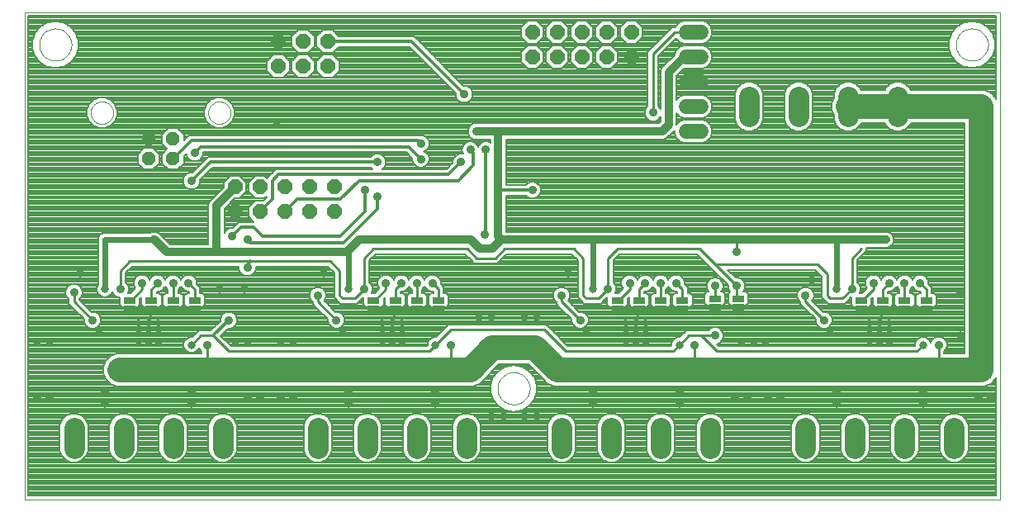
<source format=gbl>
G75*
G70*
%OFA0B0*%
%FSLAX24Y24*%
%IPPOS*%
%LPD*%
%AMOC8*
5,1,8,0,0,1.08239X$1,22.5*
%
%ADD10C,0.0000*%
%ADD11R,0.0500X0.0250*%
%ADD12C,0.0825*%
%ADD13OC8,0.0561*%
%ADD14C,0.0600*%
%ADD15OC8,0.0600*%
%ADD16C,0.0320*%
%ADD17C,0.0240*%
%ADD18C,0.0320*%
%ADD19C,0.0356*%
%ADD20C,0.0100*%
%ADD21C,0.0120*%
%ADD22C,0.1000*%
%ADD23C,0.0270*%
%ADD24C,0.0080*%
D10*
X002640Y008640D02*
X002640Y028325D01*
X042010Y028325D01*
X042010Y008640D01*
X002640Y008640D01*
X021740Y013140D02*
X021742Y013190D01*
X021748Y013240D01*
X021758Y013290D01*
X021771Y013338D01*
X021788Y013386D01*
X021809Y013432D01*
X021833Y013476D01*
X021861Y013518D01*
X021892Y013558D01*
X021926Y013595D01*
X021963Y013630D01*
X022002Y013661D01*
X022043Y013690D01*
X022087Y013715D01*
X022133Y013737D01*
X022180Y013755D01*
X022228Y013769D01*
X022277Y013780D01*
X022327Y013787D01*
X022377Y013790D01*
X022428Y013789D01*
X022478Y013784D01*
X022528Y013775D01*
X022576Y013763D01*
X022624Y013746D01*
X022670Y013726D01*
X022715Y013703D01*
X022758Y013676D01*
X022798Y013646D01*
X022836Y013613D01*
X022871Y013577D01*
X022904Y013538D01*
X022933Y013497D01*
X022959Y013454D01*
X022982Y013409D01*
X023001Y013362D01*
X023016Y013314D01*
X023028Y013265D01*
X023036Y013215D01*
X023040Y013165D01*
X023040Y013115D01*
X023036Y013065D01*
X023028Y013015D01*
X023016Y012966D01*
X023001Y012918D01*
X022982Y012871D01*
X022959Y012826D01*
X022933Y012783D01*
X022904Y012742D01*
X022871Y012703D01*
X022836Y012667D01*
X022798Y012634D01*
X022758Y012604D01*
X022715Y012577D01*
X022670Y012554D01*
X022624Y012534D01*
X022576Y012517D01*
X022528Y012505D01*
X022478Y012496D01*
X022428Y012491D01*
X022377Y012490D01*
X022327Y012493D01*
X022277Y012500D01*
X022228Y012511D01*
X022180Y012525D01*
X022133Y012543D01*
X022087Y012565D01*
X022043Y012590D01*
X022002Y012619D01*
X021963Y012650D01*
X021926Y012685D01*
X021892Y012722D01*
X021861Y012762D01*
X021833Y012804D01*
X021809Y012848D01*
X021788Y012894D01*
X021771Y012942D01*
X021758Y012990D01*
X021748Y013040D01*
X021742Y013090D01*
X021740Y013140D01*
X010057Y024265D02*
X010059Y024307D01*
X010065Y024349D01*
X010075Y024391D01*
X010088Y024431D01*
X010106Y024470D01*
X010127Y024507D01*
X010151Y024541D01*
X010179Y024574D01*
X010209Y024604D01*
X010242Y024630D01*
X010277Y024654D01*
X010315Y024674D01*
X010354Y024690D01*
X010394Y024703D01*
X010436Y024712D01*
X010478Y024717D01*
X010521Y024718D01*
X010563Y024715D01*
X010605Y024708D01*
X010646Y024697D01*
X010686Y024682D01*
X010724Y024664D01*
X010761Y024642D01*
X010795Y024617D01*
X010827Y024589D01*
X010855Y024558D01*
X010881Y024524D01*
X010904Y024488D01*
X010923Y024451D01*
X010939Y024411D01*
X010951Y024370D01*
X010959Y024329D01*
X010963Y024286D01*
X010963Y024244D01*
X010959Y024201D01*
X010951Y024160D01*
X010939Y024119D01*
X010923Y024079D01*
X010904Y024042D01*
X010881Y024006D01*
X010855Y023972D01*
X010827Y023941D01*
X010795Y023913D01*
X010761Y023888D01*
X010724Y023866D01*
X010686Y023848D01*
X010646Y023833D01*
X010605Y023822D01*
X010563Y023815D01*
X010521Y023812D01*
X010478Y023813D01*
X010436Y023818D01*
X010394Y023827D01*
X010354Y023840D01*
X010315Y023856D01*
X010277Y023876D01*
X010242Y023900D01*
X010209Y023926D01*
X010179Y023956D01*
X010151Y023989D01*
X010127Y024023D01*
X010106Y024060D01*
X010088Y024099D01*
X010075Y024139D01*
X010065Y024181D01*
X010059Y024223D01*
X010057Y024265D01*
X005317Y024265D02*
X005319Y024307D01*
X005325Y024349D01*
X005335Y024391D01*
X005348Y024431D01*
X005366Y024470D01*
X005387Y024507D01*
X005411Y024541D01*
X005439Y024574D01*
X005469Y024604D01*
X005502Y024630D01*
X005537Y024654D01*
X005575Y024674D01*
X005614Y024690D01*
X005654Y024703D01*
X005696Y024712D01*
X005738Y024717D01*
X005781Y024718D01*
X005823Y024715D01*
X005865Y024708D01*
X005906Y024697D01*
X005946Y024682D01*
X005984Y024664D01*
X006021Y024642D01*
X006055Y024617D01*
X006087Y024589D01*
X006115Y024558D01*
X006141Y024524D01*
X006164Y024488D01*
X006183Y024451D01*
X006199Y024411D01*
X006211Y024370D01*
X006219Y024329D01*
X006223Y024286D01*
X006223Y024244D01*
X006219Y024201D01*
X006211Y024160D01*
X006199Y024119D01*
X006183Y024079D01*
X006164Y024042D01*
X006141Y024006D01*
X006115Y023972D01*
X006087Y023941D01*
X006055Y023913D01*
X006021Y023888D01*
X005984Y023866D01*
X005946Y023848D01*
X005906Y023833D01*
X005865Y023822D01*
X005823Y023815D01*
X005781Y023812D01*
X005738Y023813D01*
X005696Y023818D01*
X005654Y023827D01*
X005614Y023840D01*
X005575Y023856D01*
X005537Y023876D01*
X005502Y023900D01*
X005469Y023926D01*
X005439Y023956D01*
X005411Y023989D01*
X005387Y024023D01*
X005366Y024060D01*
X005348Y024099D01*
X005335Y024139D01*
X005325Y024181D01*
X005319Y024223D01*
X005317Y024265D01*
X003240Y027015D02*
X003242Y027065D01*
X003248Y027115D01*
X003258Y027165D01*
X003271Y027213D01*
X003288Y027261D01*
X003309Y027307D01*
X003333Y027351D01*
X003361Y027393D01*
X003392Y027433D01*
X003426Y027470D01*
X003463Y027505D01*
X003502Y027536D01*
X003543Y027565D01*
X003587Y027590D01*
X003633Y027612D01*
X003680Y027630D01*
X003728Y027644D01*
X003777Y027655D01*
X003827Y027662D01*
X003877Y027665D01*
X003928Y027664D01*
X003978Y027659D01*
X004028Y027650D01*
X004076Y027638D01*
X004124Y027621D01*
X004170Y027601D01*
X004215Y027578D01*
X004258Y027551D01*
X004298Y027521D01*
X004336Y027488D01*
X004371Y027452D01*
X004404Y027413D01*
X004433Y027372D01*
X004459Y027329D01*
X004482Y027284D01*
X004501Y027237D01*
X004516Y027189D01*
X004528Y027140D01*
X004536Y027090D01*
X004540Y027040D01*
X004540Y026990D01*
X004536Y026940D01*
X004528Y026890D01*
X004516Y026841D01*
X004501Y026793D01*
X004482Y026746D01*
X004459Y026701D01*
X004433Y026658D01*
X004404Y026617D01*
X004371Y026578D01*
X004336Y026542D01*
X004298Y026509D01*
X004258Y026479D01*
X004215Y026452D01*
X004170Y026429D01*
X004124Y026409D01*
X004076Y026392D01*
X004028Y026380D01*
X003978Y026371D01*
X003928Y026366D01*
X003877Y026365D01*
X003827Y026368D01*
X003777Y026375D01*
X003728Y026386D01*
X003680Y026400D01*
X003633Y026418D01*
X003587Y026440D01*
X003543Y026465D01*
X003502Y026494D01*
X003463Y026525D01*
X003426Y026560D01*
X003392Y026597D01*
X003361Y026637D01*
X003333Y026679D01*
X003309Y026723D01*
X003288Y026769D01*
X003271Y026817D01*
X003258Y026865D01*
X003248Y026915D01*
X003242Y026965D01*
X003240Y027015D01*
X040240Y027015D02*
X040242Y027065D01*
X040248Y027115D01*
X040258Y027165D01*
X040271Y027213D01*
X040288Y027261D01*
X040309Y027307D01*
X040333Y027351D01*
X040361Y027393D01*
X040392Y027433D01*
X040426Y027470D01*
X040463Y027505D01*
X040502Y027536D01*
X040543Y027565D01*
X040587Y027590D01*
X040633Y027612D01*
X040680Y027630D01*
X040728Y027644D01*
X040777Y027655D01*
X040827Y027662D01*
X040877Y027665D01*
X040928Y027664D01*
X040978Y027659D01*
X041028Y027650D01*
X041076Y027638D01*
X041124Y027621D01*
X041170Y027601D01*
X041215Y027578D01*
X041258Y027551D01*
X041298Y027521D01*
X041336Y027488D01*
X041371Y027452D01*
X041404Y027413D01*
X041433Y027372D01*
X041459Y027329D01*
X041482Y027284D01*
X041501Y027237D01*
X041516Y027189D01*
X041528Y027140D01*
X041536Y027090D01*
X041540Y027040D01*
X041540Y026990D01*
X041536Y026940D01*
X041528Y026890D01*
X041516Y026841D01*
X041501Y026793D01*
X041482Y026746D01*
X041459Y026701D01*
X041433Y026658D01*
X041404Y026617D01*
X041371Y026578D01*
X041336Y026542D01*
X041298Y026509D01*
X041258Y026479D01*
X041215Y026452D01*
X041170Y026429D01*
X041124Y026409D01*
X041076Y026392D01*
X041028Y026380D01*
X040978Y026371D01*
X040928Y026366D01*
X040877Y026365D01*
X040827Y026368D01*
X040777Y026375D01*
X040728Y026386D01*
X040680Y026400D01*
X040633Y026418D01*
X040587Y026440D01*
X040543Y026465D01*
X040502Y026494D01*
X040463Y026525D01*
X040426Y026560D01*
X040392Y026597D01*
X040361Y026637D01*
X040333Y026679D01*
X040309Y026723D01*
X040288Y026769D01*
X040271Y026817D01*
X040258Y026865D01*
X040248Y026915D01*
X040242Y026965D01*
X040240Y027015D01*
D11*
X039043Y016692D03*
X039043Y016338D03*
X038168Y016338D03*
X038168Y016692D03*
X037293Y016692D03*
X037293Y016338D03*
X036418Y016338D03*
X036418Y016692D03*
X031455Y016757D03*
X031455Y016403D03*
X030510Y016403D03*
X030510Y016757D03*
X029200Y016692D03*
X029200Y016338D03*
X028325Y016338D03*
X028325Y016692D03*
X027450Y016692D03*
X027450Y016338D03*
X026575Y016338D03*
X026575Y016692D03*
X019358Y016692D03*
X019358Y016338D03*
X018483Y016338D03*
X018483Y016692D03*
X017608Y016692D03*
X017608Y016338D03*
X016733Y016338D03*
X016733Y016692D03*
X009515Y016692D03*
X009515Y016338D03*
X008640Y016338D03*
X008640Y016692D03*
X007765Y016692D03*
X007765Y016338D03*
X006890Y016338D03*
X006890Y016692D03*
D12*
X006640Y011553D02*
X006640Y010728D01*
X004640Y010728D02*
X004640Y011553D01*
X008640Y011553D02*
X008640Y010728D01*
X010640Y010728D02*
X010640Y011553D01*
X014483Y011553D02*
X014483Y010728D01*
X016483Y010728D02*
X016483Y011553D01*
X018483Y011553D02*
X018483Y010728D01*
X020483Y010728D02*
X020483Y011553D01*
X024325Y011553D02*
X024325Y010728D01*
X026325Y010728D02*
X026325Y011553D01*
X028325Y011553D02*
X028325Y010728D01*
X030325Y010728D02*
X030325Y011553D01*
X034168Y011553D02*
X034168Y010728D01*
X036168Y010728D02*
X036168Y011553D01*
X038168Y011553D02*
X038168Y010728D01*
X040168Y010728D02*
X040168Y011553D01*
X037890Y024103D02*
X037890Y024928D01*
X035890Y024928D02*
X035890Y024103D01*
X033890Y024103D02*
X033890Y024928D01*
X031890Y024928D02*
X031890Y024103D01*
D13*
X008632Y023198D03*
X007648Y023198D03*
X007648Y022411D03*
X008632Y022411D03*
D14*
X029340Y023515D02*
X029940Y023515D01*
X029940Y024515D02*
X029340Y024515D01*
X029340Y025515D02*
X029940Y025515D01*
X029940Y026515D02*
X029340Y026515D01*
X029340Y027515D02*
X029940Y027515D01*
D15*
X027140Y027515D03*
X026140Y027515D03*
X025140Y027515D03*
X024140Y027515D03*
X023140Y027515D03*
X023140Y026515D03*
X024140Y026515D03*
X025140Y026515D03*
X026140Y026515D03*
X027140Y026515D03*
X014890Y026140D03*
X013890Y026140D03*
X012890Y026140D03*
X012890Y027140D03*
X013890Y027140D03*
X014890Y027140D03*
X015140Y021265D03*
X014140Y021265D03*
X013140Y021265D03*
X012140Y021265D03*
X011140Y021265D03*
X011140Y020265D03*
X012140Y020265D03*
X013140Y020265D03*
X014140Y020265D03*
X015140Y020265D03*
D16*
X017733Y019140D03*
X015733Y017140D03*
X014733Y017765D03*
X011515Y017140D03*
X010515Y017140D03*
X007890Y019140D03*
X005890Y017140D03*
X004890Y017765D03*
X005640Y015390D03*
X006640Y014140D03*
X006390Y013765D03*
X005890Y013015D03*
X005890Y012515D03*
X003640Y012765D03*
X003140Y012765D03*
X003140Y015015D03*
X003640Y015015D03*
X008640Y014140D03*
X008890Y013765D03*
X009390Y013015D03*
X009390Y012515D03*
X011640Y012765D03*
X012140Y012765D03*
X012983Y012765D03*
X013483Y012765D03*
X015733Y012515D03*
X015733Y013015D03*
X016233Y013765D03*
X016483Y014140D03*
X015483Y015390D03*
X013483Y015015D03*
X012983Y015015D03*
X011640Y015015D03*
X011140Y015015D03*
X009390Y014890D03*
X018483Y014140D03*
X018733Y013765D03*
X019233Y013015D03*
X019233Y012515D03*
X021483Y012015D03*
X021983Y012015D03*
X022825Y012015D03*
X023325Y012015D03*
X025575Y012515D03*
X025575Y013015D03*
X026075Y013765D03*
X026325Y014140D03*
X025325Y015390D03*
X023325Y016015D03*
X022825Y016015D03*
X021483Y016015D03*
X020983Y016015D03*
X019233Y014890D03*
X024575Y017765D03*
X025575Y017140D03*
X027575Y019140D03*
X031575Y015015D03*
X032075Y015015D03*
X032543Y015015D03*
X035168Y015390D03*
X036168Y014140D03*
X035918Y013765D03*
X035418Y013015D03*
X035418Y012515D03*
X033168Y012765D03*
X032668Y012765D03*
X031825Y012765D03*
X031325Y012765D03*
X029075Y012515D03*
X029075Y013015D03*
X028575Y013765D03*
X028325Y014140D03*
X029075Y014890D03*
X034418Y017515D03*
X035418Y017140D03*
X037418Y019140D03*
X040418Y017015D03*
X040418Y015265D03*
X038918Y014890D03*
X038168Y014140D03*
X038418Y013765D03*
X038918Y013015D03*
X038918Y012515D03*
X041168Y012765D03*
X041668Y012765D03*
X012825Y023765D03*
D17*
X016140Y019140D02*
X015733Y018640D01*
X015733Y017140D01*
X007858Y019140D02*
X005890Y019140D01*
X005890Y017140D01*
X025575Y017140D02*
X025575Y019140D01*
X027543Y019140D01*
X035418Y019140D02*
X035418Y017140D01*
X035418Y019140D02*
X037418Y019140D01*
D18*
X031390Y019140D01*
X027575Y019140D01*
X027543Y019140D01*
X021890Y019140D01*
X021765Y019265D01*
X021765Y021140D01*
X021765Y023515D01*
X028390Y023515D01*
X028640Y023765D01*
X028640Y025890D01*
X029265Y026515D01*
X021765Y023515D02*
X020890Y023515D01*
X020640Y019140D02*
X017733Y019140D01*
X016140Y019140D01*
X015640Y018640D01*
X010390Y018640D01*
X010390Y020515D01*
X011140Y021265D01*
X008390Y018640D02*
X007890Y019140D01*
X007858Y019140D01*
X008390Y018640D02*
X010390Y018640D01*
X006483Y013890D02*
X006390Y013797D01*
X006390Y013765D01*
X020640Y019140D02*
X021015Y018765D01*
X021515Y018765D01*
X021890Y019140D01*
D19*
X021233Y019358D03*
X023140Y021140D03*
X021265Y022765D03*
X020640Y022765D03*
X020265Y022265D03*
X020890Y023515D03*
X020390Y025015D03*
X018640Y023015D03*
X018640Y022390D03*
X016890Y022265D03*
X016390Y021140D03*
X016890Y020890D03*
X017233Y017390D03*
X017858Y017390D03*
X018483Y017390D03*
X019108Y017390D03*
X016358Y017140D03*
X015233Y015890D03*
X014483Y016890D03*
X011640Y018015D03*
X011640Y019140D03*
X011015Y019265D03*
X009265Y017390D03*
X008640Y017390D03*
X008015Y017390D03*
X007390Y017390D03*
X006515Y017140D03*
X005390Y015890D03*
X004640Y017015D03*
X010015Y014890D03*
X010890Y015890D03*
X009390Y021515D03*
X009515Y022640D03*
X019858Y014890D03*
X024325Y016890D03*
X025075Y015890D03*
X026200Y017140D03*
X027075Y017390D03*
X027700Y017390D03*
X028325Y017390D03*
X028950Y017390D03*
X030515Y017265D03*
X031390Y017265D03*
X031390Y018640D03*
X034168Y016890D03*
X034918Y015890D03*
X036043Y017140D03*
X036918Y017390D03*
X037543Y017390D03*
X038168Y017390D03*
X038793Y017390D03*
X039543Y014890D03*
X041265Y019890D03*
X030515Y015265D03*
X029700Y014890D03*
X028015Y024265D03*
D20*
X028015Y026640D01*
X028890Y027515D01*
X029640Y027515D01*
X029640Y026515D02*
X029265Y026515D01*
X031390Y019140D02*
X031390Y018640D01*
X030515Y018140D02*
X034640Y018140D01*
X035043Y017737D01*
X035043Y016890D01*
X035168Y016765D01*
X035668Y016765D01*
X036043Y017140D01*
X036043Y018390D01*
X036418Y018765D01*
X036918Y017390D02*
X036918Y017140D01*
X036470Y016692D01*
X036418Y016692D01*
X036418Y016740D01*
X036418Y016338D02*
X037293Y016338D01*
X037168Y015790D01*
X037293Y016338D02*
X038168Y016338D01*
X039043Y016338D01*
X039043Y016692D02*
X039043Y017140D01*
X038793Y017390D01*
X038168Y017390D02*
X038168Y016692D01*
X037293Y016692D02*
X037293Y017140D01*
X037543Y017390D01*
X034918Y015890D02*
X034168Y016640D01*
X034168Y016890D01*
X031455Y016757D02*
X031398Y016757D01*
X031390Y016765D01*
X031390Y017265D01*
X030515Y018140D01*
X029890Y018765D01*
X026575Y018765D01*
X026200Y018390D01*
X026200Y017140D01*
X025825Y016765D01*
X025325Y016765D01*
X025200Y016890D01*
X025200Y018390D01*
X024825Y018765D01*
X022015Y018765D01*
X021640Y018390D01*
X020890Y018390D01*
X020515Y018765D01*
X016733Y018765D01*
X016358Y018390D01*
X016358Y017140D01*
X015983Y016765D01*
X015483Y016765D01*
X015358Y016890D01*
X015358Y017890D01*
X014983Y018265D01*
X011765Y018265D01*
X006890Y018265D01*
X006515Y017890D01*
X006515Y017140D01*
X006890Y016740D02*
X006890Y016692D01*
X006942Y016692D01*
X007390Y017140D01*
X007390Y017390D01*
X007765Y017140D02*
X008015Y017390D01*
X007765Y017140D02*
X007765Y016692D01*
X007765Y016338D02*
X007640Y015790D01*
X007765Y016338D02*
X006890Y016338D01*
X007765Y016338D02*
X008640Y016338D01*
X009515Y016338D01*
X009515Y016692D02*
X009515Y017140D01*
X009265Y017390D01*
X008640Y017390D02*
X008640Y016692D01*
X009765Y015265D02*
X009390Y014890D01*
X010015Y014890D02*
X010015Y013890D01*
X010890Y014640D02*
X018983Y014640D01*
X019233Y014890D01*
X019858Y015515D01*
X023608Y015515D01*
X024483Y014640D01*
X028825Y014640D01*
X029075Y014890D01*
X029450Y015265D01*
X029950Y015265D01*
X030515Y015265D01*
X029950Y015265D02*
X030575Y014640D01*
X038668Y014640D01*
X038918Y014890D01*
X039543Y014890D02*
X039543Y013890D01*
X038168Y014140D02*
X036168Y014140D01*
X029668Y013890D01*
X029700Y013890D02*
X029700Y014890D01*
X028325Y014140D02*
X026325Y014140D01*
X027325Y015790D02*
X027450Y016338D01*
X026575Y016338D01*
X026575Y016692D02*
X026627Y016692D01*
X027075Y017140D01*
X027075Y017390D01*
X027450Y017140D02*
X027700Y017390D01*
X027450Y017140D02*
X027450Y016692D01*
X027450Y016338D02*
X028325Y016338D01*
X029200Y016338D01*
X029200Y016692D02*
X029200Y017140D01*
X028950Y017390D01*
X028325Y017390D02*
X028325Y016692D01*
X026575Y016692D02*
X026575Y016740D01*
X025075Y015890D02*
X024325Y016640D01*
X024325Y016890D01*
X019858Y014890D02*
X019858Y013890D01*
X018483Y014140D02*
X016483Y014140D01*
X006483Y013890D01*
X006640Y014140D02*
X008640Y014140D01*
X009765Y015265D02*
X010265Y015265D01*
X010890Y014640D01*
X014483Y016640D02*
X014483Y016890D01*
X014483Y016640D02*
X015233Y015890D01*
X016733Y016338D02*
X017608Y016338D01*
X017483Y015790D01*
X017608Y016338D02*
X018483Y016338D01*
X019358Y016338D01*
X019358Y016692D02*
X019358Y017140D01*
X019108Y017390D01*
X018483Y017390D02*
X018483Y016692D01*
X017608Y016692D02*
X017608Y017140D01*
X017858Y017390D01*
X017233Y017390D02*
X017233Y017140D01*
X016785Y016692D01*
X016733Y016692D01*
X016733Y016740D01*
X005390Y015890D02*
X004640Y016640D01*
X004640Y017015D01*
X030510Y016757D02*
X030510Y017260D01*
X030515Y017265D01*
X030515Y017140D01*
X030515Y016890D01*
X031390Y016822D02*
X031455Y016757D01*
X031390Y016822D02*
X031390Y017265D01*
D21*
X023140Y021140D02*
X021765Y021140D01*
X020765Y022140D02*
X020140Y021515D01*
X016140Y021515D01*
X015390Y020765D01*
X013640Y020765D01*
X013140Y020265D01*
X012640Y020765D02*
X012640Y021515D01*
X012890Y021765D01*
X019765Y021765D01*
X020265Y022265D01*
X020765Y022140D02*
X020765Y022640D01*
X020640Y022765D01*
X021265Y022765D02*
X021265Y019390D01*
X021233Y019358D01*
X018640Y022390D02*
X018140Y022890D01*
X009765Y022890D01*
X009515Y022640D01*
X009390Y023140D02*
X018515Y023140D01*
X018640Y023015D01*
X016890Y022265D02*
X010140Y022265D01*
X009390Y021515D01*
X008661Y022411D02*
X009390Y023140D01*
X008661Y022411D02*
X008632Y022411D01*
X012140Y020265D02*
X012640Y020765D01*
X011890Y019640D02*
X011390Y019640D01*
X011015Y019265D01*
X011640Y019140D02*
X011765Y019015D01*
X015515Y019015D01*
X016890Y020390D01*
X016890Y020890D01*
X016390Y020890D02*
X016390Y021140D01*
X016390Y020265D01*
X015390Y019265D01*
X012265Y019265D01*
X011890Y019640D01*
X011765Y018265D02*
X011640Y018140D01*
X011640Y018015D01*
X010890Y015890D02*
X010265Y015265D01*
X020390Y025015D02*
X018265Y027140D01*
X014890Y027140D01*
D22*
X021515Y014765D02*
X023265Y014765D01*
X024140Y013890D01*
X029668Y013890D01*
X029700Y013890D01*
X039543Y013890D01*
X041265Y013890D01*
X041265Y019890D01*
X041265Y024515D01*
X037890Y024515D01*
X035890Y024515D01*
X021515Y014765D02*
X020640Y013890D01*
X019858Y013890D01*
X010015Y013890D01*
X006483Y013890D01*
D23*
X007240Y015015D03*
X007240Y015390D03*
X007240Y015790D03*
X007640Y015790D03*
X007640Y015390D03*
X007640Y014990D03*
X008040Y014990D03*
X008040Y015390D03*
X008040Y015790D03*
X017083Y015790D03*
X017483Y015790D03*
X017883Y015790D03*
X017883Y015390D03*
X017883Y014990D03*
X017483Y014990D03*
X017483Y015390D03*
X017083Y015390D03*
X017083Y015015D03*
X026925Y015015D03*
X026925Y015390D03*
X026925Y015790D03*
X027325Y015790D03*
X027325Y015390D03*
X027325Y014990D03*
X027725Y014990D03*
X027725Y015390D03*
X027725Y015790D03*
X036768Y015790D03*
X037168Y015790D03*
X037568Y015790D03*
X037568Y015390D03*
X037568Y014990D03*
X037168Y014990D03*
X037168Y015390D03*
X036768Y015390D03*
X036768Y015015D03*
D24*
X035204Y015698D02*
X035256Y015823D01*
X035256Y015957D01*
X035204Y016082D01*
X035109Y016177D01*
X034985Y016228D01*
X034876Y016228D01*
X034430Y016674D01*
X034454Y016698D01*
X034506Y016823D01*
X034506Y016957D01*
X034454Y017082D01*
X034359Y017177D01*
X034235Y017228D01*
X034100Y017228D01*
X033976Y017177D01*
X033881Y017082D01*
X033829Y016957D01*
X033829Y016823D01*
X033881Y016698D01*
X033958Y016622D01*
X033958Y016553D01*
X034081Y016430D01*
X034579Y015931D01*
X034579Y015823D01*
X034631Y015698D01*
X034726Y015603D01*
X034850Y015552D01*
X034985Y015552D01*
X035109Y015603D01*
X035204Y015698D01*
X035207Y015705D02*
X040605Y015705D01*
X040605Y015627D02*
X035132Y015627D01*
X035239Y015784D02*
X040605Y015784D01*
X040605Y015862D02*
X035256Y015862D01*
X035256Y015941D02*
X040605Y015941D01*
X040605Y016019D02*
X035230Y016019D01*
X035188Y016098D02*
X040605Y016098D01*
X040605Y016176D02*
X035110Y016176D01*
X034850Y016255D02*
X040605Y016255D01*
X040605Y016333D02*
X034772Y016333D01*
X034693Y016412D02*
X036097Y016412D01*
X036101Y016407D02*
X036734Y016407D01*
X036828Y016501D01*
X036828Y016753D01*
X036883Y016808D01*
X036883Y016501D01*
X036976Y016407D01*
X037609Y016407D01*
X037703Y016501D01*
X037703Y016883D01*
X037609Y016977D01*
X037503Y016977D01*
X037503Y017052D01*
X037610Y017052D01*
X037734Y017103D01*
X037829Y017198D01*
X037855Y017261D01*
X037881Y017198D01*
X037958Y017122D01*
X037958Y016977D01*
X037851Y016977D01*
X037758Y016883D01*
X037758Y016501D01*
X037851Y016407D01*
X038484Y016407D01*
X038578Y016501D01*
X038578Y016883D01*
X038484Y016977D01*
X038378Y016977D01*
X038378Y017122D01*
X038454Y017198D01*
X038480Y017261D01*
X038506Y017198D01*
X038601Y017103D01*
X038725Y017052D01*
X038833Y017052D01*
X038833Y016977D01*
X038726Y016977D01*
X038633Y016883D01*
X038633Y016501D01*
X038726Y016407D01*
X039359Y016407D01*
X039453Y016501D01*
X039453Y016883D01*
X039359Y016977D01*
X039253Y016977D01*
X039253Y017227D01*
X039131Y017349D01*
X039131Y017457D01*
X039079Y017582D01*
X038984Y017677D01*
X038860Y017728D01*
X038725Y017728D01*
X038601Y017677D01*
X038506Y017582D01*
X038480Y017519D01*
X038454Y017582D01*
X038359Y017677D01*
X038235Y017728D01*
X038100Y017728D01*
X037976Y017677D01*
X037881Y017582D01*
X037855Y017519D01*
X037829Y017582D01*
X037734Y017677D01*
X037610Y017728D01*
X037475Y017728D01*
X037351Y017677D01*
X037256Y017582D01*
X037230Y017519D01*
X037204Y017582D01*
X037109Y017677D01*
X036985Y017728D01*
X036850Y017728D01*
X036726Y017677D01*
X036631Y017582D01*
X036579Y017457D01*
X036579Y017323D01*
X036631Y017198D01*
X036655Y017174D01*
X036458Y016977D01*
X036341Y016977D01*
X036381Y017073D01*
X036381Y017207D01*
X036329Y017332D01*
X036253Y017408D01*
X036253Y018303D01*
X036628Y018678D01*
X036628Y018820D01*
X037481Y018820D01*
X037599Y018869D01*
X037689Y018959D01*
X037738Y019076D01*
X037738Y019204D01*
X037689Y019321D01*
X037599Y019411D01*
X037481Y019460D01*
X022085Y019460D01*
X022085Y020920D01*
X022882Y020920D01*
X022948Y020853D01*
X023073Y020802D01*
X023207Y020802D01*
X023332Y020853D01*
X023427Y020948D01*
X023478Y021073D01*
X023478Y021207D01*
X023427Y021332D01*
X023332Y021427D01*
X023207Y021478D01*
X023073Y021478D01*
X022948Y021427D01*
X022882Y021360D01*
X022085Y021360D01*
X022085Y023195D01*
X028454Y023195D01*
X028571Y023244D01*
X028821Y023494D01*
X028880Y023552D01*
X028880Y023423D01*
X028950Y023254D01*
X029079Y023125D01*
X029248Y023055D01*
X030031Y023055D01*
X030201Y023125D01*
X030330Y023254D01*
X030400Y023423D01*
X030400Y023606D01*
X030330Y023776D01*
X030201Y023905D01*
X030031Y023975D01*
X029248Y023975D01*
X029079Y023905D01*
X028960Y023786D01*
X028960Y024244D01*
X029079Y024125D01*
X029248Y024055D01*
X030031Y024055D01*
X030201Y024125D01*
X030330Y024254D01*
X030400Y024423D01*
X030400Y024606D01*
X030330Y024776D01*
X030201Y024905D01*
X030031Y024975D01*
X029248Y024975D01*
X029079Y024905D01*
X028960Y024786D01*
X028960Y025757D01*
X029258Y026055D01*
X030031Y026055D01*
X030201Y026125D01*
X030330Y026254D01*
X030400Y026423D01*
X030400Y026606D01*
X030330Y026776D01*
X030201Y026905D01*
X030031Y026975D01*
X029248Y026975D01*
X029079Y026905D01*
X028950Y026776D01*
X028880Y026606D01*
X028880Y026583D01*
X028369Y026071D01*
X028320Y025954D01*
X028320Y024412D01*
X028302Y024457D01*
X028225Y024533D01*
X028225Y026553D01*
X028943Y027271D01*
X028950Y027254D01*
X029079Y027125D01*
X029248Y027055D01*
X030031Y027055D01*
X030201Y027125D01*
X030330Y027254D01*
X030400Y027423D01*
X030400Y027606D01*
X030330Y027776D01*
X030201Y027905D01*
X030031Y027975D01*
X029248Y027975D01*
X029079Y027905D01*
X028950Y027776D01*
X028929Y027725D01*
X028803Y027725D01*
X028680Y027602D01*
X027805Y026727D01*
X027805Y024533D01*
X027728Y024457D01*
X027677Y024332D01*
X027677Y024198D01*
X027728Y024073D01*
X027823Y023978D01*
X027948Y023927D01*
X028082Y023927D01*
X028207Y023978D01*
X028302Y024073D01*
X028320Y024118D01*
X028320Y023898D01*
X028257Y023835D01*
X021001Y023835D01*
X020957Y023853D01*
X020823Y023853D01*
X020698Y023802D01*
X020603Y023707D01*
X020552Y023582D01*
X020552Y023448D01*
X020603Y023323D01*
X020698Y023228D01*
X020823Y023177D01*
X020957Y023177D01*
X021001Y023195D01*
X021445Y023195D01*
X021445Y023056D01*
X021332Y023103D01*
X021198Y023103D01*
X021073Y023052D01*
X020978Y022957D01*
X020953Y022894D01*
X020927Y022957D01*
X020832Y023052D01*
X020707Y023103D01*
X020573Y023103D01*
X020448Y023052D01*
X020353Y022957D01*
X020302Y022832D01*
X020302Y022698D01*
X020343Y022599D01*
X020332Y022603D01*
X020198Y022603D01*
X020073Y022552D01*
X019978Y022457D01*
X019927Y022332D01*
X019927Y022238D01*
X019674Y021985D01*
X017088Y021985D01*
X017177Y022073D01*
X017228Y022198D01*
X017228Y022332D01*
X017177Y022457D01*
X017082Y022552D01*
X016957Y022603D01*
X016823Y022603D01*
X016698Y022552D01*
X016632Y022485D01*
X010049Y022485D01*
X009417Y021853D01*
X009323Y021853D01*
X009198Y021802D01*
X009103Y021707D01*
X009052Y021582D01*
X009052Y021448D01*
X009103Y021323D01*
X009198Y021228D01*
X009323Y021177D01*
X009457Y021177D01*
X009582Y021228D01*
X009677Y021323D01*
X009728Y021448D01*
X009728Y021542D01*
X010231Y022045D01*
X016632Y022045D01*
X016692Y021985D01*
X012799Y021985D01*
X012670Y021856D01*
X012435Y021621D01*
X012331Y021725D01*
X011949Y021725D01*
X011680Y021456D01*
X011680Y021074D01*
X011949Y020805D01*
X012331Y020805D01*
X012420Y020894D01*
X012420Y020856D01*
X012289Y020725D01*
X011949Y020725D01*
X011680Y020456D01*
X011680Y020074D01*
X011894Y019860D01*
X011299Y019860D01*
X011042Y019603D01*
X010948Y019603D01*
X010823Y019552D01*
X010710Y019552D01*
X010710Y019630D02*
X011069Y019630D01*
X011147Y019709D02*
X010710Y019709D01*
X010710Y019787D02*
X011226Y019787D01*
X010823Y019552D02*
X010728Y019457D01*
X010710Y019412D01*
X010710Y020382D01*
X011133Y020805D01*
X011331Y020805D01*
X011600Y021074D01*
X011600Y021456D01*
X011331Y021725D01*
X010949Y021725D01*
X010680Y021456D01*
X010680Y021258D01*
X010209Y020786D01*
X010119Y020696D01*
X010070Y020579D01*
X010070Y018960D01*
X008523Y018960D01*
X008071Y019411D01*
X007954Y019460D01*
X007794Y019460D01*
X007697Y019420D01*
X005834Y019420D01*
X005731Y019377D01*
X005653Y019299D01*
X005610Y019196D01*
X005610Y017300D01*
X005570Y017204D01*
X005570Y017076D01*
X005619Y016959D01*
X005709Y016869D01*
X005826Y016820D01*
X005954Y016820D01*
X006071Y016869D01*
X006161Y016959D01*
X006193Y017035D01*
X006228Y016948D01*
X006323Y016853D01*
X006448Y016802D01*
X006480Y016802D01*
X006480Y016501D01*
X006574Y016407D01*
X007206Y016407D01*
X007300Y016501D01*
X007300Y016753D01*
X007355Y016808D01*
X007355Y016501D01*
X007449Y016407D01*
X008081Y016407D01*
X008175Y016501D01*
X008175Y016883D01*
X008081Y016977D01*
X007975Y016977D01*
X007975Y017052D01*
X008082Y017052D01*
X008207Y017103D01*
X008302Y017198D01*
X008328Y017261D01*
X008353Y017198D01*
X008430Y017122D01*
X008430Y016977D01*
X008324Y016977D01*
X008230Y016883D01*
X008230Y016501D01*
X008324Y016407D01*
X008956Y016407D01*
X009050Y016501D01*
X009050Y016883D01*
X008956Y016977D01*
X008850Y016977D01*
X008850Y017122D01*
X008927Y017198D01*
X008953Y017261D01*
X008978Y017198D01*
X009073Y017103D01*
X009198Y017052D01*
X009305Y017052D01*
X009305Y016977D01*
X009199Y016977D01*
X009105Y016883D01*
X009105Y016501D01*
X009199Y016407D01*
X009831Y016407D01*
X009925Y016501D01*
X009925Y016883D01*
X009831Y016977D01*
X009725Y016977D01*
X009725Y017227D01*
X009603Y017349D01*
X009603Y017457D01*
X009552Y017582D01*
X009457Y017677D01*
X009332Y017728D01*
X009198Y017728D01*
X009073Y017677D01*
X008978Y017582D01*
X008953Y017519D01*
X008927Y017582D01*
X008832Y017677D01*
X008707Y017728D01*
X008573Y017728D01*
X008448Y017677D01*
X008353Y017582D01*
X008328Y017519D01*
X008302Y017582D01*
X008207Y017677D01*
X008082Y017728D01*
X007948Y017728D01*
X007823Y017677D01*
X007728Y017582D01*
X007702Y017519D01*
X007677Y017582D01*
X007582Y017677D01*
X007457Y017728D01*
X007323Y017728D01*
X007198Y017677D01*
X007103Y017582D01*
X007052Y017457D01*
X007052Y017323D01*
X007103Y017198D01*
X007127Y017174D01*
X006930Y016977D01*
X006814Y016977D01*
X006853Y017073D01*
X006853Y017207D01*
X006802Y017332D01*
X006725Y017408D01*
X006725Y017803D01*
X006977Y018055D01*
X011302Y018055D01*
X011302Y017948D01*
X011353Y017823D01*
X011448Y017728D01*
X011573Y017677D01*
X011707Y017677D01*
X011832Y017728D01*
X011927Y017823D01*
X011978Y017948D01*
X011978Y018055D01*
X014896Y018055D01*
X015148Y017803D01*
X015148Y016803D01*
X015396Y016555D01*
X016070Y016555D01*
X016193Y016678D01*
X016316Y016802D01*
X016323Y016802D01*
X016323Y016501D01*
X016416Y016407D01*
X017049Y016407D01*
X017143Y016501D01*
X017143Y016753D01*
X017198Y016808D01*
X017198Y016501D01*
X017291Y016407D01*
X017924Y016407D01*
X018018Y016501D01*
X018018Y016883D01*
X017924Y016977D01*
X017818Y016977D01*
X017818Y017052D01*
X017925Y017052D01*
X018049Y017103D01*
X018144Y017198D01*
X018170Y017261D01*
X018196Y017198D01*
X018273Y017122D01*
X018273Y016977D01*
X018166Y016977D01*
X018073Y016883D01*
X018073Y016501D01*
X018166Y016407D01*
X018799Y016407D01*
X018893Y016501D01*
X018893Y016883D01*
X018799Y016977D01*
X018693Y016977D01*
X018693Y017122D01*
X018769Y017198D01*
X018795Y017261D01*
X018821Y017198D01*
X018916Y017103D01*
X019040Y017052D01*
X019148Y017052D01*
X019148Y016977D01*
X019041Y016977D01*
X018948Y016883D01*
X018948Y016501D01*
X019041Y016407D01*
X019674Y016407D01*
X019768Y016501D01*
X019768Y016883D01*
X019674Y016977D01*
X019568Y016977D01*
X019568Y017227D01*
X019446Y017349D01*
X019446Y017457D01*
X019394Y017582D01*
X019299Y017677D01*
X019175Y017728D01*
X019040Y017728D01*
X018916Y017677D01*
X018821Y017582D01*
X018795Y017519D01*
X018769Y017582D01*
X018674Y017677D01*
X018550Y017728D01*
X018415Y017728D01*
X018291Y017677D01*
X018196Y017582D01*
X018170Y017519D01*
X018144Y017582D01*
X018049Y017677D01*
X017925Y017728D01*
X017790Y017728D01*
X017666Y017677D01*
X017571Y017582D01*
X017545Y017519D01*
X017519Y017582D01*
X017424Y017677D01*
X017300Y017728D01*
X017165Y017728D01*
X017041Y017677D01*
X016946Y017582D01*
X016894Y017457D01*
X016894Y017323D01*
X016946Y017198D01*
X016970Y017174D01*
X016773Y016977D01*
X016656Y016977D01*
X016696Y017073D01*
X016696Y017207D01*
X016644Y017332D01*
X016568Y017408D01*
X016568Y018303D01*
X016820Y018555D01*
X020428Y018555D01*
X020680Y018303D01*
X020803Y018180D01*
X021727Y018180D01*
X022102Y018555D01*
X024738Y018555D01*
X024990Y018303D01*
X024990Y016803D01*
X025113Y016680D01*
X025238Y016555D01*
X025912Y016555D01*
X026035Y016678D01*
X026159Y016802D01*
X026165Y016802D01*
X026165Y016501D01*
X026259Y016407D01*
X026891Y016407D01*
X026985Y016501D01*
X026985Y016753D01*
X027040Y016808D01*
X027040Y016501D01*
X027134Y016407D01*
X027766Y016407D01*
X027860Y016501D01*
X027860Y016883D01*
X027766Y016977D01*
X027660Y016977D01*
X027660Y017052D01*
X027767Y017052D01*
X027892Y017103D01*
X027987Y017198D01*
X028013Y017261D01*
X028038Y017198D01*
X028115Y017122D01*
X028115Y016977D01*
X028009Y016977D01*
X027915Y016883D01*
X027915Y016501D01*
X028009Y016407D01*
X028641Y016407D01*
X028735Y016501D01*
X028735Y016883D01*
X028641Y016977D01*
X028535Y016977D01*
X028535Y017122D01*
X028612Y017198D01*
X028638Y017261D01*
X028663Y017198D01*
X028759Y017103D01*
X028883Y017052D01*
X028990Y017052D01*
X028990Y016977D01*
X028884Y016977D01*
X028790Y016883D01*
X028790Y016501D01*
X028884Y016407D01*
X029516Y016407D01*
X029610Y016501D01*
X029610Y016883D01*
X029516Y016977D01*
X029410Y016977D01*
X029410Y017227D01*
X029288Y017349D01*
X029288Y017457D01*
X029237Y017582D01*
X029142Y017677D01*
X029017Y017728D01*
X028883Y017728D01*
X028759Y017677D01*
X028663Y017582D01*
X028638Y017519D01*
X028612Y017582D01*
X028517Y017677D01*
X028392Y017728D01*
X028258Y017728D01*
X028134Y017677D01*
X028038Y017582D01*
X028013Y017519D01*
X027987Y017582D01*
X027892Y017677D01*
X027767Y017728D01*
X027633Y017728D01*
X027509Y017677D01*
X027413Y017582D01*
X027388Y017519D01*
X027362Y017582D01*
X027267Y017677D01*
X027142Y017728D01*
X027008Y017728D01*
X026884Y017677D01*
X026788Y017582D01*
X026737Y017457D01*
X026737Y017323D01*
X026788Y017198D01*
X026812Y017174D01*
X026615Y016977D01*
X026499Y016977D01*
X026538Y017073D01*
X026538Y017207D01*
X026487Y017332D01*
X026410Y017408D01*
X026410Y018303D01*
X026662Y018555D01*
X029803Y018555D01*
X030305Y018053D01*
X030428Y017930D01*
X031052Y017306D01*
X031052Y017198D01*
X031103Y017073D01*
X031137Y017040D01*
X031045Y016948D01*
X031045Y016566D01*
X031139Y016472D01*
X031771Y016472D01*
X031865Y016566D01*
X031865Y016948D01*
X031771Y017042D01*
X031645Y017042D01*
X031677Y017073D01*
X031728Y017198D01*
X031728Y017332D01*
X031677Y017457D01*
X031582Y017552D01*
X031457Y017603D01*
X031349Y017603D01*
X031022Y017930D01*
X034553Y017930D01*
X034833Y017650D01*
X034833Y016803D01*
X034956Y016680D01*
X035081Y016555D01*
X035755Y016555D01*
X035878Y016678D01*
X036001Y016802D01*
X036008Y016802D01*
X036008Y016501D01*
X036101Y016407D01*
X036018Y016490D02*
X034615Y016490D01*
X034536Y016569D02*
X035067Y016569D01*
X034989Y016647D02*
X034458Y016647D01*
X034465Y016726D02*
X034910Y016726D01*
X034833Y016804D02*
X034498Y016804D01*
X034506Y016883D02*
X034833Y016883D01*
X034833Y016961D02*
X034504Y016961D01*
X034472Y017040D02*
X034833Y017040D01*
X034833Y017118D02*
X034418Y017118D01*
X034311Y017197D02*
X034833Y017197D01*
X034833Y017275D02*
X031728Y017275D01*
X031728Y017197D02*
X034024Y017197D01*
X033917Y017118D02*
X031695Y017118D01*
X031774Y017040D02*
X033864Y017040D01*
X033831Y016961D02*
X031852Y016961D01*
X031865Y016883D02*
X033829Y016883D01*
X033837Y016804D02*
X031865Y016804D01*
X031865Y016726D02*
X033870Y016726D01*
X033932Y016647D02*
X031865Y016647D01*
X031865Y016569D02*
X033958Y016569D01*
X034021Y016490D02*
X031789Y016490D01*
X031121Y016490D02*
X030844Y016490D01*
X030826Y016472D02*
X030920Y016566D01*
X030920Y016948D01*
X030826Y017042D01*
X030770Y017042D01*
X030802Y017073D01*
X030853Y017198D01*
X030853Y017332D01*
X030802Y017457D01*
X030707Y017552D01*
X030582Y017603D01*
X030448Y017603D01*
X030323Y017552D01*
X030228Y017457D01*
X030177Y017332D01*
X030177Y017198D01*
X030228Y017073D01*
X030260Y017042D01*
X030194Y017042D01*
X030100Y016948D01*
X030100Y016566D01*
X030194Y016472D01*
X030826Y016472D01*
X030920Y016569D02*
X031045Y016569D01*
X031045Y016647D02*
X030920Y016647D01*
X030920Y016726D02*
X031045Y016726D01*
X031045Y016804D02*
X030920Y016804D01*
X030920Y016883D02*
X031045Y016883D01*
X031058Y016961D02*
X030907Y016961D01*
X030829Y017040D02*
X031136Y017040D01*
X031085Y017118D02*
X030820Y017118D01*
X030853Y017197D02*
X031052Y017197D01*
X031052Y017275D02*
X030853Y017275D01*
X030844Y017354D02*
X031004Y017354D01*
X030926Y017432D02*
X030812Y017432D01*
X030847Y017511D02*
X030748Y017511D01*
X030769Y017589D02*
X030616Y017589D01*
X030690Y017668D02*
X029151Y017668D01*
X029229Y017589D02*
X030414Y017589D01*
X030282Y017511D02*
X029266Y017511D01*
X029288Y017432D02*
X030218Y017432D01*
X030186Y017354D02*
X029288Y017354D01*
X029362Y017275D02*
X030177Y017275D01*
X030177Y017197D02*
X029410Y017197D01*
X029410Y017118D02*
X030210Y017118D01*
X030191Y017040D02*
X029410Y017040D01*
X029532Y016961D02*
X030113Y016961D01*
X030100Y016883D02*
X029610Y016883D01*
X029610Y016804D02*
X030100Y016804D01*
X030100Y016726D02*
X029610Y016726D01*
X029610Y016647D02*
X030100Y016647D01*
X030100Y016569D02*
X029610Y016569D01*
X029599Y016490D02*
X030176Y016490D01*
X029521Y016412D02*
X034099Y016412D01*
X034178Y016333D02*
X024929Y016333D01*
X025007Y016255D02*
X034256Y016255D01*
X034335Y016176D02*
X025267Y016176D01*
X025267Y016177D02*
X025142Y016228D01*
X025034Y016228D01*
X024588Y016674D01*
X024612Y016698D01*
X024663Y016823D01*
X024663Y016957D01*
X024612Y017082D01*
X024517Y017177D01*
X024392Y017228D01*
X024258Y017228D01*
X024134Y017177D01*
X024038Y017082D01*
X023987Y016957D01*
X023987Y016823D01*
X024038Y016698D01*
X024115Y016622D01*
X024115Y016553D01*
X024238Y016430D01*
X024737Y015931D01*
X024737Y015823D01*
X024788Y015698D01*
X024884Y015603D01*
X025008Y015552D01*
X025142Y015552D01*
X025267Y015603D01*
X025362Y015698D01*
X025413Y015823D01*
X025413Y015957D01*
X025362Y016082D01*
X025267Y016177D01*
X025346Y016098D02*
X034413Y016098D01*
X034492Y016019D02*
X025388Y016019D01*
X025413Y015941D02*
X034570Y015941D01*
X034579Y015862D02*
X025413Y015862D01*
X025397Y015784D02*
X034596Y015784D01*
X034628Y015705D02*
X025364Y015705D01*
X025290Y015627D02*
X034703Y015627D01*
X035768Y016569D02*
X036008Y016569D01*
X036008Y016647D02*
X035847Y016647D01*
X035925Y016726D02*
X036008Y016726D01*
X036367Y017040D02*
X036520Y017040D01*
X036599Y017118D02*
X036381Y017118D01*
X036381Y017197D02*
X036633Y017197D01*
X036599Y017275D02*
X036353Y017275D01*
X036307Y017354D02*
X036579Y017354D01*
X036579Y017432D02*
X036253Y017432D01*
X036253Y017511D02*
X036602Y017511D01*
X036638Y017589D02*
X036253Y017589D01*
X036253Y017668D02*
X036717Y017668D01*
X037118Y017668D02*
X037342Y017668D01*
X037263Y017589D02*
X037197Y017589D01*
X037743Y017668D02*
X037967Y017668D01*
X037888Y017589D02*
X037822Y017589D01*
X037827Y017197D02*
X037883Y017197D01*
X037958Y017118D02*
X037749Y017118D01*
X037835Y016961D02*
X037625Y016961D01*
X037703Y016883D02*
X037758Y016883D01*
X037758Y016804D02*
X037703Y016804D01*
X037703Y016726D02*
X037758Y016726D01*
X037758Y016647D02*
X037703Y016647D01*
X037703Y016569D02*
X037758Y016569D01*
X037768Y016490D02*
X037692Y016490D01*
X037613Y016412D02*
X037847Y016412D01*
X038488Y016412D02*
X038722Y016412D01*
X038643Y016490D02*
X038567Y016490D01*
X038578Y016569D02*
X038633Y016569D01*
X038633Y016647D02*
X038578Y016647D01*
X038578Y016726D02*
X038633Y016726D01*
X038633Y016804D02*
X038578Y016804D01*
X038578Y016883D02*
X038633Y016883D01*
X038710Y016961D02*
X038500Y016961D01*
X038378Y017040D02*
X038833Y017040D01*
X038586Y017118D02*
X038378Y017118D01*
X038452Y017197D02*
X038508Y017197D01*
X038513Y017589D02*
X038447Y017589D01*
X038368Y017668D02*
X038592Y017668D01*
X038993Y017668D02*
X040605Y017668D01*
X040605Y017746D02*
X036253Y017746D01*
X036253Y017825D02*
X040605Y017825D01*
X040605Y017903D02*
X036253Y017903D01*
X036253Y017982D02*
X040605Y017982D01*
X040605Y018060D02*
X036253Y018060D01*
X036253Y018139D02*
X040605Y018139D01*
X040605Y018217D02*
X036253Y018217D01*
X036253Y018296D02*
X040605Y018296D01*
X040605Y018374D02*
X036324Y018374D01*
X036402Y018453D02*
X040605Y018453D01*
X040605Y018531D02*
X036481Y018531D01*
X036559Y018610D02*
X040605Y018610D01*
X040605Y018688D02*
X036628Y018688D01*
X036628Y018767D02*
X040605Y018767D01*
X040605Y018845D02*
X037542Y018845D01*
X037654Y018924D02*
X040605Y018924D01*
X040605Y019002D02*
X037707Y019002D01*
X037738Y019081D02*
X040605Y019081D01*
X040605Y019159D02*
X037738Y019159D01*
X037724Y019238D02*
X040605Y019238D01*
X040605Y019316D02*
X037691Y019316D01*
X037616Y019395D02*
X040605Y019395D01*
X040605Y019473D02*
X022085Y019473D01*
X022085Y019552D02*
X040605Y019552D01*
X040605Y019630D02*
X022085Y019630D01*
X022085Y019709D02*
X040605Y019709D01*
X040605Y019787D02*
X022085Y019787D01*
X022085Y019866D02*
X040605Y019866D01*
X040605Y019944D02*
X022085Y019944D01*
X022085Y020023D02*
X040605Y020023D01*
X040605Y020101D02*
X022085Y020101D01*
X022085Y020180D02*
X040605Y020180D01*
X040605Y020258D02*
X022085Y020258D01*
X022085Y020337D02*
X040605Y020337D01*
X040605Y020415D02*
X022085Y020415D01*
X022085Y020494D02*
X040605Y020494D01*
X040605Y020572D02*
X022085Y020572D01*
X022085Y020651D02*
X040605Y020651D01*
X040605Y020729D02*
X022085Y020729D01*
X022085Y020808D02*
X023059Y020808D01*
X023221Y020808D02*
X040605Y020808D01*
X040605Y020886D02*
X023364Y020886D01*
X023433Y020965D02*
X040605Y020965D01*
X040605Y021043D02*
X023466Y021043D01*
X023478Y021122D02*
X040605Y021122D01*
X040605Y021200D02*
X023478Y021200D01*
X023449Y021279D02*
X040605Y021279D01*
X040605Y021357D02*
X023401Y021357D01*
X023310Y021436D02*
X040605Y021436D01*
X040605Y021514D02*
X022085Y021514D01*
X022085Y021436D02*
X022970Y021436D01*
X022916Y020886D02*
X022085Y020886D01*
X022085Y021593D02*
X040605Y021593D01*
X040605Y021671D02*
X022085Y021671D01*
X022085Y021750D02*
X040605Y021750D01*
X040605Y021828D02*
X022085Y021828D01*
X022085Y021907D02*
X040605Y021907D01*
X040605Y021985D02*
X022085Y021985D01*
X022085Y022064D02*
X040605Y022064D01*
X040605Y022142D02*
X022085Y022142D01*
X022085Y022221D02*
X040605Y022221D01*
X040605Y022299D02*
X022085Y022299D01*
X022085Y022378D02*
X040605Y022378D01*
X040605Y022456D02*
X022085Y022456D01*
X022085Y022535D02*
X040605Y022535D01*
X040605Y022613D02*
X022085Y022613D01*
X022085Y022692D02*
X040605Y022692D01*
X040605Y022770D02*
X022085Y022770D01*
X022085Y022849D02*
X040605Y022849D01*
X040605Y022927D02*
X022085Y022927D01*
X022085Y023006D02*
X040605Y023006D01*
X040605Y023084D02*
X030102Y023084D01*
X030238Y023163D02*
X040605Y023163D01*
X040605Y023241D02*
X030317Y023241D01*
X030357Y023320D02*
X040605Y023320D01*
X040605Y023398D02*
X030389Y023398D01*
X030400Y023477D02*
X040605Y023477D01*
X040605Y023555D02*
X038064Y023555D01*
X038004Y023530D02*
X038214Y023617D01*
X038375Y023778D01*
X038407Y023855D01*
X040605Y023855D01*
X040605Y014550D01*
X039753Y014550D01*
X039753Y014622D01*
X039829Y014698D01*
X039881Y014823D01*
X039881Y014957D01*
X039829Y015082D01*
X039734Y015177D01*
X039610Y015228D01*
X039475Y015228D01*
X039351Y015177D01*
X039256Y015082D01*
X039220Y014995D01*
X039189Y015071D01*
X039099Y015161D01*
X038981Y015210D01*
X038854Y015210D01*
X038736Y015161D01*
X038646Y015071D01*
X038598Y014954D01*
X038598Y014867D01*
X038581Y014850D01*
X030662Y014850D01*
X030584Y014928D01*
X030707Y014978D01*
X030802Y015073D01*
X030853Y015198D01*
X030853Y015332D01*
X030802Y015457D01*
X030707Y015552D01*
X030582Y015603D01*
X030448Y015603D01*
X030323Y015552D01*
X030247Y015475D01*
X029363Y015475D01*
X029098Y015210D01*
X029011Y015210D01*
X028894Y015161D01*
X028804Y015071D01*
X028755Y014954D01*
X028755Y014867D01*
X028738Y014850D01*
X024570Y014850D01*
X023818Y015602D01*
X023695Y015725D01*
X019771Y015725D01*
X019256Y015210D01*
X019169Y015210D01*
X019051Y015161D01*
X018961Y015071D01*
X018913Y014954D01*
X018913Y014867D01*
X018896Y014850D01*
X010977Y014850D01*
X010569Y015258D01*
X010863Y015552D01*
X010957Y015552D01*
X011082Y015603D01*
X011177Y015698D01*
X011228Y015823D01*
X011228Y015957D01*
X011177Y016082D01*
X011082Y016177D01*
X010957Y016228D01*
X010823Y016228D01*
X010698Y016177D01*
X010603Y016082D01*
X010552Y015957D01*
X010552Y015863D01*
X010164Y015475D01*
X009678Y015475D01*
X009413Y015210D01*
X009326Y015210D01*
X009209Y015161D01*
X009119Y015071D01*
X009070Y014954D01*
X009070Y014826D01*
X009119Y014709D01*
X009209Y014619D01*
X009326Y014570D01*
X009454Y014570D01*
X009571Y014619D01*
X009661Y014709D01*
X009693Y014785D01*
X009728Y014698D01*
X009805Y014622D01*
X009805Y014550D01*
X006351Y014550D01*
X006109Y014450D01*
X005923Y014264D01*
X005823Y014021D01*
X005823Y013759D01*
X005923Y013516D01*
X006109Y013330D01*
X006351Y013230D01*
X020771Y013230D01*
X021014Y013330D01*
X021788Y014105D01*
X022992Y014105D01*
X023580Y013516D01*
X023766Y013330D01*
X024009Y013230D01*
X041396Y013230D01*
X041639Y013330D01*
X041825Y013516D01*
X041850Y013578D01*
X041850Y008800D01*
X002800Y008800D01*
X002800Y028165D01*
X041850Y028165D01*
X041850Y024827D01*
X041825Y024889D01*
X041639Y025075D01*
X041396Y025175D01*
X038407Y025175D01*
X038375Y025252D01*
X038214Y025413D01*
X038004Y025500D01*
X037776Y025500D01*
X037566Y025413D01*
X037405Y025252D01*
X037373Y025175D01*
X036407Y025175D01*
X036375Y025252D01*
X036214Y025413D01*
X036004Y025500D01*
X035776Y025500D01*
X035566Y025413D01*
X035405Y025252D01*
X035318Y025041D01*
X035318Y024858D01*
X035230Y024646D01*
X035230Y024384D01*
X035318Y024172D01*
X035318Y023989D01*
X035405Y023778D01*
X035566Y023617D01*
X035776Y023530D01*
X036004Y023530D01*
X036214Y023617D01*
X036375Y023778D01*
X036407Y023855D01*
X037373Y023855D01*
X037405Y023778D01*
X037566Y023617D01*
X037776Y023530D01*
X038004Y023530D01*
X038231Y023634D02*
X040605Y023634D01*
X040605Y023712D02*
X038309Y023712D01*
X038380Y023791D02*
X040605Y023791D01*
X041745Y024968D02*
X041850Y024968D01*
X041850Y024890D02*
X041824Y024890D01*
X041850Y025047D02*
X041667Y025047D01*
X041517Y025125D02*
X041850Y025125D01*
X041850Y025204D02*
X038395Y025204D01*
X038345Y025282D02*
X041850Y025282D01*
X041850Y025361D02*
X038267Y025361D01*
X038151Y025439D02*
X041850Y025439D01*
X041850Y025518D02*
X028960Y025518D01*
X028960Y025596D02*
X041850Y025596D01*
X041850Y025675D02*
X028960Y025675D01*
X028960Y025753D02*
X041850Y025753D01*
X041850Y025832D02*
X029034Y025832D01*
X029113Y025910D02*
X041850Y025910D01*
X041850Y025989D02*
X029191Y025989D01*
X028960Y025439D02*
X031629Y025439D01*
X031566Y025413D02*
X031405Y025252D01*
X031318Y025041D01*
X031318Y023989D01*
X031405Y023778D01*
X031566Y023617D01*
X031776Y023530D01*
X032004Y023530D01*
X032214Y023617D01*
X032375Y023778D01*
X032462Y023989D01*
X032462Y025041D01*
X032375Y025252D01*
X032214Y025413D01*
X032004Y025500D01*
X031776Y025500D01*
X031566Y025413D01*
X031513Y025361D02*
X028960Y025361D01*
X028960Y025282D02*
X031435Y025282D01*
X031385Y025204D02*
X028960Y025204D01*
X028960Y025125D02*
X031352Y025125D01*
X031320Y025047D02*
X028960Y025047D01*
X028960Y024968D02*
X029232Y024968D01*
X029064Y024890D02*
X028960Y024890D01*
X028960Y024811D02*
X028986Y024811D01*
X028320Y024811D02*
X028225Y024811D01*
X028225Y024733D02*
X028320Y024733D01*
X028320Y024654D02*
X028225Y024654D01*
X028225Y024576D02*
X028320Y024576D01*
X028320Y024497D02*
X028261Y024497D01*
X028317Y024419D02*
X028320Y024419D01*
X028315Y024105D02*
X028320Y024105D01*
X028320Y024026D02*
X028254Y024026D01*
X028320Y023948D02*
X028132Y023948D01*
X028291Y023869D02*
X010981Y023869D01*
X011030Y023918D02*
X011123Y024143D01*
X011123Y024387D01*
X011030Y024612D01*
X010857Y024784D01*
X010632Y024878D01*
X010388Y024878D01*
X010163Y024784D01*
X009991Y024612D01*
X009897Y024387D01*
X009897Y024143D01*
X009991Y023918D01*
X010163Y023746D01*
X010388Y023652D01*
X010632Y023652D01*
X010857Y023746D01*
X011030Y023918D01*
X011042Y023948D02*
X027898Y023948D01*
X027776Y024026D02*
X011074Y024026D01*
X011107Y024105D02*
X027715Y024105D01*
X027683Y024183D02*
X011123Y024183D01*
X011123Y024262D02*
X027677Y024262D01*
X027680Y024340D02*
X011123Y024340D01*
X011110Y024419D02*
X027713Y024419D01*
X027769Y024497D02*
X011077Y024497D01*
X011045Y024576D02*
X027805Y024576D01*
X027805Y024654D02*
X010988Y024654D01*
X010909Y024733D02*
X020194Y024733D01*
X020198Y024728D02*
X020323Y024677D01*
X020457Y024677D01*
X020582Y024728D01*
X020677Y024823D01*
X020728Y024948D01*
X020728Y025082D01*
X020677Y025207D01*
X020582Y025302D01*
X020457Y025353D01*
X020363Y025353D01*
X018485Y027231D01*
X018356Y027360D01*
X015321Y027360D01*
X015081Y027600D01*
X014699Y027600D01*
X014430Y027331D01*
X014430Y026949D01*
X014699Y026680D01*
X015081Y026680D01*
X015321Y026920D01*
X018174Y026920D01*
X020052Y025042D01*
X020052Y024948D01*
X020103Y024823D01*
X020198Y024728D01*
X020116Y024811D02*
X010793Y024811D01*
X010227Y024811D02*
X006053Y024811D01*
X006117Y024784D02*
X005892Y024878D01*
X005648Y024878D01*
X005423Y024784D01*
X005250Y024612D01*
X005157Y024387D01*
X005157Y024143D01*
X005250Y023918D01*
X005423Y023746D01*
X005648Y023652D01*
X005892Y023652D01*
X006117Y023746D01*
X006289Y023918D01*
X006383Y024143D01*
X006383Y024387D01*
X006289Y024612D01*
X006117Y024784D01*
X006169Y024733D02*
X010111Y024733D01*
X010033Y024654D02*
X006247Y024654D01*
X006305Y024576D02*
X009975Y024576D01*
X009943Y024497D02*
X006337Y024497D01*
X006370Y024419D02*
X009910Y024419D01*
X009897Y024340D02*
X006383Y024340D01*
X006383Y024262D02*
X009897Y024262D01*
X009897Y024183D02*
X006383Y024183D01*
X006367Y024105D02*
X009913Y024105D01*
X009946Y024026D02*
X006334Y024026D01*
X006302Y023948D02*
X009978Y023948D01*
X010039Y023869D02*
X006241Y023869D01*
X006162Y023791D02*
X010118Y023791D01*
X010244Y023712D02*
X006036Y023712D01*
X005504Y023712D02*
X002800Y023712D01*
X002800Y023634D02*
X008445Y023634D01*
X008450Y023639D02*
X008192Y023381D01*
X008192Y023016D01*
X008403Y022804D01*
X008192Y022593D01*
X008192Y022228D01*
X008450Y021970D01*
X008815Y021970D01*
X009073Y022228D01*
X009073Y022512D01*
X009177Y022616D01*
X009177Y022573D01*
X009228Y022448D01*
X009323Y022353D01*
X009448Y022302D01*
X009582Y022302D01*
X009707Y022353D01*
X009802Y022448D01*
X009853Y022573D01*
X009853Y022667D01*
X009856Y022670D01*
X018049Y022670D01*
X018302Y022417D01*
X018302Y022323D01*
X018353Y022198D01*
X018448Y022103D01*
X018573Y022052D01*
X018707Y022052D01*
X018832Y022103D01*
X018927Y022198D01*
X018978Y022323D01*
X018978Y022457D01*
X018927Y022582D01*
X018832Y022677D01*
X018769Y022703D01*
X018832Y022728D01*
X018927Y022823D01*
X018978Y022948D01*
X018978Y023082D01*
X018927Y023207D01*
X018832Y023302D01*
X018707Y023353D01*
X018613Y023353D01*
X018606Y023360D01*
X009299Y023360D01*
X009170Y023231D01*
X009073Y023134D01*
X009073Y023381D01*
X008815Y023639D01*
X008450Y023639D01*
X008366Y023555D02*
X002800Y023555D01*
X002800Y023477D02*
X008288Y023477D01*
X008209Y023398D02*
X002800Y023398D01*
X002800Y023320D02*
X008192Y023320D01*
X008192Y023241D02*
X002800Y023241D01*
X002800Y023163D02*
X008192Y023163D01*
X008192Y023084D02*
X002800Y023084D01*
X002800Y023006D02*
X008202Y023006D01*
X008280Y022927D02*
X002800Y022927D01*
X002800Y022849D02*
X007463Y022849D01*
X007465Y022851D02*
X007207Y022593D01*
X007207Y022228D01*
X007465Y021970D01*
X007830Y021970D01*
X008088Y022228D01*
X008088Y022593D01*
X007830Y022851D01*
X007465Y022851D01*
X007384Y022770D02*
X002800Y022770D01*
X002800Y022692D02*
X007306Y022692D01*
X007227Y022613D02*
X002800Y022613D01*
X002800Y022535D02*
X007207Y022535D01*
X007207Y022456D02*
X002800Y022456D01*
X002800Y022378D02*
X007207Y022378D01*
X007207Y022299D02*
X002800Y022299D01*
X002800Y022221D02*
X007215Y022221D01*
X007294Y022142D02*
X002800Y022142D01*
X002800Y022064D02*
X007372Y022064D01*
X007451Y021985D02*
X002800Y021985D01*
X002800Y021907D02*
X009470Y021907D01*
X009549Y021985D02*
X008829Y021985D01*
X008908Y022064D02*
X009627Y022064D01*
X009706Y022142D02*
X008986Y022142D01*
X009065Y022221D02*
X009784Y022221D01*
X009863Y022299D02*
X009073Y022299D01*
X009073Y022378D02*
X009299Y022378D01*
X009225Y022456D02*
X009073Y022456D01*
X009096Y022535D02*
X009193Y022535D01*
X009177Y022613D02*
X009174Y022613D01*
X008369Y022770D02*
X007911Y022770D01*
X007833Y022849D02*
X008359Y022849D01*
X008290Y022692D02*
X007990Y022692D01*
X008068Y022613D02*
X008212Y022613D01*
X008192Y022535D02*
X008088Y022535D01*
X008088Y022456D02*
X008192Y022456D01*
X008192Y022378D02*
X008088Y022378D01*
X008088Y022299D02*
X008192Y022299D01*
X008199Y022221D02*
X008081Y022221D01*
X008002Y022142D02*
X008278Y022142D01*
X008356Y022064D02*
X007924Y022064D01*
X007845Y021985D02*
X008435Y021985D01*
X009089Y021671D02*
X002800Y021671D01*
X002800Y021593D02*
X009056Y021593D01*
X009052Y021514D02*
X002800Y021514D01*
X002800Y021436D02*
X009057Y021436D01*
X009089Y021357D02*
X002800Y021357D01*
X002800Y021279D02*
X009148Y021279D01*
X009267Y021200D02*
X002800Y021200D01*
X002800Y021122D02*
X010544Y021122D01*
X010622Y021200D02*
X009513Y021200D01*
X009632Y021279D02*
X010680Y021279D01*
X010680Y021357D02*
X009691Y021357D01*
X009723Y021436D02*
X010680Y021436D01*
X010739Y021514D02*
X009728Y021514D01*
X009779Y021593D02*
X010817Y021593D01*
X010896Y021671D02*
X009857Y021671D01*
X009936Y021750D02*
X012563Y021750D01*
X012642Y021828D02*
X010014Y021828D01*
X010093Y021907D02*
X012720Y021907D01*
X012485Y021671D02*
X012384Y021671D01*
X011896Y021671D02*
X011384Y021671D01*
X011463Y021593D02*
X011817Y021593D01*
X011739Y021514D02*
X011541Y021514D01*
X011600Y021436D02*
X011680Y021436D01*
X011680Y021357D02*
X011600Y021357D01*
X011600Y021279D02*
X011680Y021279D01*
X011680Y021200D02*
X011600Y021200D01*
X011600Y021122D02*
X011680Y021122D01*
X011711Y021043D02*
X011569Y021043D01*
X011490Y020965D02*
X011790Y020965D01*
X011868Y020886D02*
X011412Y020886D01*
X011333Y020808D02*
X011947Y020808D01*
X011875Y020651D02*
X010978Y020651D01*
X011057Y020729D02*
X012293Y020729D01*
X012333Y020808D02*
X012371Y020808D01*
X012412Y020886D02*
X012420Y020886D01*
X011796Y020572D02*
X010900Y020572D01*
X010821Y020494D02*
X011718Y020494D01*
X011680Y020415D02*
X010743Y020415D01*
X010710Y020337D02*
X011680Y020337D01*
X011680Y020258D02*
X010710Y020258D01*
X010710Y020180D02*
X011680Y020180D01*
X011680Y020101D02*
X010710Y020101D01*
X010710Y020023D02*
X011732Y020023D01*
X011810Y019944D02*
X010710Y019944D01*
X010710Y019866D02*
X011889Y019866D01*
X010745Y019473D02*
X010710Y019473D01*
X010070Y019473D02*
X002800Y019473D01*
X002800Y019395D02*
X005773Y019395D01*
X005670Y019316D02*
X002800Y019316D01*
X002800Y019238D02*
X005627Y019238D01*
X005610Y019159D02*
X002800Y019159D01*
X002800Y019081D02*
X005610Y019081D01*
X005610Y019002D02*
X002800Y019002D01*
X002800Y018924D02*
X005610Y018924D01*
X005610Y018845D02*
X002800Y018845D01*
X002800Y018767D02*
X005610Y018767D01*
X005610Y018688D02*
X002800Y018688D01*
X002800Y018610D02*
X005610Y018610D01*
X005610Y018531D02*
X002800Y018531D01*
X002800Y018453D02*
X005610Y018453D01*
X005610Y018374D02*
X002800Y018374D01*
X002800Y018296D02*
X005610Y018296D01*
X005610Y018217D02*
X002800Y018217D01*
X002800Y018139D02*
X005610Y018139D01*
X005610Y018060D02*
X002800Y018060D01*
X002800Y017982D02*
X005610Y017982D01*
X005610Y017903D02*
X002800Y017903D01*
X002800Y017825D02*
X005610Y017825D01*
X005610Y017746D02*
X002800Y017746D01*
X002800Y017668D02*
X005610Y017668D01*
X005610Y017589D02*
X002800Y017589D01*
X002800Y017511D02*
X005610Y017511D01*
X005610Y017432D02*
X002800Y017432D01*
X002800Y017354D02*
X005610Y017354D01*
X005600Y017275D02*
X004858Y017275D01*
X004832Y017302D02*
X004707Y017353D01*
X004573Y017353D01*
X004448Y017302D01*
X004353Y017207D01*
X004302Y017082D01*
X004302Y016948D01*
X004353Y016823D01*
X004430Y016747D01*
X004430Y016553D01*
X004553Y016430D01*
X005052Y015931D01*
X005052Y015823D01*
X005103Y015698D01*
X005198Y015603D01*
X005323Y015552D01*
X005457Y015552D01*
X005582Y015603D01*
X005677Y015698D01*
X005728Y015823D01*
X005728Y015957D01*
X005677Y016082D01*
X005582Y016177D01*
X005457Y016228D01*
X005349Y016228D01*
X004850Y016727D01*
X004850Y016747D01*
X004927Y016823D01*
X004978Y016948D01*
X004978Y017082D01*
X004927Y017207D01*
X004832Y017302D01*
X004931Y017197D02*
X005570Y017197D01*
X005570Y017118D02*
X004963Y017118D01*
X004978Y017040D02*
X005585Y017040D01*
X005618Y016961D02*
X004978Y016961D01*
X004951Y016883D02*
X005695Y016883D01*
X006085Y016883D02*
X006294Y016883D01*
X006223Y016961D02*
X006162Y016961D01*
X006443Y016804D02*
X004907Y016804D01*
X004851Y016726D02*
X006480Y016726D01*
X006480Y016647D02*
X004930Y016647D01*
X005008Y016569D02*
X006480Y016569D01*
X006491Y016490D02*
X005087Y016490D01*
X005165Y016412D02*
X006569Y016412D01*
X007211Y016412D02*
X007444Y016412D01*
X007366Y016490D02*
X007289Y016490D01*
X007300Y016569D02*
X007355Y016569D01*
X007355Y016647D02*
X007300Y016647D01*
X007300Y016726D02*
X007355Y016726D01*
X007351Y016804D02*
X007355Y016804D01*
X007071Y017118D02*
X006853Y017118D01*
X006853Y017197D02*
X007105Y017197D01*
X007072Y017275D02*
X006825Y017275D01*
X006780Y017354D02*
X007052Y017354D01*
X007052Y017432D02*
X006725Y017432D01*
X006725Y017511D02*
X007074Y017511D01*
X007111Y017589D02*
X006725Y017589D01*
X006725Y017668D02*
X007189Y017668D01*
X007591Y017668D02*
X007814Y017668D01*
X007736Y017589D02*
X007669Y017589D01*
X008216Y017668D02*
X008439Y017668D01*
X008361Y017589D02*
X008294Y017589D01*
X008300Y017197D02*
X008355Y017197D01*
X008430Y017118D02*
X008221Y017118D01*
X008308Y016961D02*
X008097Y016961D01*
X008175Y016883D02*
X008230Y016883D01*
X008230Y016804D02*
X008175Y016804D01*
X008175Y016726D02*
X008230Y016726D01*
X008230Y016647D02*
X008175Y016647D01*
X008175Y016569D02*
X008230Y016569D01*
X008241Y016490D02*
X008164Y016490D01*
X008086Y016412D02*
X008319Y016412D01*
X008961Y016412D02*
X009194Y016412D01*
X009116Y016490D02*
X009039Y016490D01*
X009050Y016569D02*
X009105Y016569D01*
X009105Y016647D02*
X009050Y016647D01*
X009050Y016726D02*
X009105Y016726D01*
X009105Y016804D02*
X009050Y016804D01*
X009050Y016883D02*
X009105Y016883D01*
X009183Y016961D02*
X008972Y016961D01*
X008850Y017040D02*
X009305Y017040D01*
X009059Y017118D02*
X008850Y017118D01*
X008925Y017197D02*
X008980Y017197D01*
X008986Y017589D02*
X008919Y017589D01*
X008841Y017668D02*
X009064Y017668D01*
X009466Y017668D02*
X015148Y017668D01*
X015148Y017746D02*
X011849Y017746D01*
X011927Y017825D02*
X015126Y017825D01*
X015048Y017903D02*
X011960Y017903D01*
X011978Y017982D02*
X014969Y017982D01*
X015148Y017589D02*
X009544Y017589D01*
X009581Y017511D02*
X015148Y017511D01*
X015148Y017432D02*
X009603Y017432D01*
X009603Y017354D02*
X015148Y017354D01*
X015148Y017275D02*
X009677Y017275D01*
X009725Y017197D02*
X014339Y017197D01*
X014291Y017177D02*
X014196Y017082D01*
X014144Y016957D01*
X014144Y016823D01*
X014196Y016698D01*
X014273Y016622D01*
X014273Y016553D01*
X014396Y016430D01*
X014894Y015931D01*
X014894Y015823D01*
X014946Y015698D01*
X015041Y015603D01*
X015165Y015552D01*
X015300Y015552D01*
X015424Y015603D01*
X015519Y015698D01*
X015571Y015823D01*
X015571Y015957D01*
X015519Y016082D01*
X015424Y016177D01*
X015300Y016228D01*
X015191Y016228D01*
X014745Y016674D01*
X014769Y016698D01*
X014821Y016823D01*
X014821Y016957D01*
X014769Y017082D01*
X014674Y017177D01*
X014550Y017228D01*
X014415Y017228D01*
X014291Y017177D01*
X014232Y017118D02*
X009725Y017118D01*
X009725Y017040D02*
X014178Y017040D01*
X014146Y016961D02*
X009847Y016961D01*
X009925Y016883D02*
X014144Y016883D01*
X014152Y016804D02*
X009925Y016804D01*
X009925Y016726D02*
X014185Y016726D01*
X014247Y016647D02*
X009925Y016647D01*
X009925Y016569D02*
X014273Y016569D01*
X014336Y016490D02*
X009914Y016490D01*
X009836Y016412D02*
X014414Y016412D01*
X014493Y016333D02*
X005244Y016333D01*
X005322Y016255D02*
X014571Y016255D01*
X014650Y016176D02*
X011082Y016176D01*
X011161Y016098D02*
X014728Y016098D01*
X014807Y016019D02*
X011203Y016019D01*
X011228Y015941D02*
X014885Y015941D01*
X014894Y015862D02*
X011228Y015862D01*
X011212Y015784D02*
X014911Y015784D01*
X014943Y015705D02*
X011179Y015705D01*
X011105Y015627D02*
X015018Y015627D01*
X015447Y015627D02*
X019672Y015627D01*
X019751Y015705D02*
X015522Y015705D01*
X015554Y015784D02*
X024753Y015784D01*
X024737Y015862D02*
X015571Y015862D01*
X015571Y015941D02*
X024728Y015941D01*
X024649Y016019D02*
X015545Y016019D01*
X015503Y016098D02*
X024571Y016098D01*
X024492Y016176D02*
X015425Y016176D01*
X015165Y016255D02*
X024414Y016255D01*
X024335Y016333D02*
X015086Y016333D01*
X015008Y016412D02*
X016412Y016412D01*
X016333Y016490D02*
X014929Y016490D01*
X014851Y016569D02*
X015382Y016569D01*
X015304Y016647D02*
X014772Y016647D01*
X014780Y016726D02*
X015225Y016726D01*
X015148Y016804D02*
X014813Y016804D01*
X014821Y016883D02*
X015148Y016883D01*
X015148Y016961D02*
X014819Y016961D01*
X014787Y017040D02*
X015148Y017040D01*
X015148Y017118D02*
X014733Y017118D01*
X014626Y017197D02*
X015148Y017197D01*
X016083Y016569D02*
X016323Y016569D01*
X016323Y016647D02*
X016162Y016647D01*
X016240Y016726D02*
X016323Y016726D01*
X016682Y017040D02*
X016835Y017040D01*
X016914Y017118D02*
X016696Y017118D01*
X016696Y017197D02*
X016948Y017197D01*
X016914Y017275D02*
X016668Y017275D01*
X016622Y017354D02*
X016894Y017354D01*
X016894Y017432D02*
X016568Y017432D01*
X016568Y017511D02*
X016916Y017511D01*
X016953Y017589D02*
X016568Y017589D01*
X016568Y017668D02*
X017032Y017668D01*
X017433Y017668D02*
X017657Y017668D01*
X017578Y017589D02*
X017512Y017589D01*
X018058Y017668D02*
X018282Y017668D01*
X018203Y017589D02*
X018137Y017589D01*
X018142Y017197D02*
X018198Y017197D01*
X018273Y017118D02*
X018064Y017118D01*
X018150Y016961D02*
X017940Y016961D01*
X018018Y016883D02*
X018073Y016883D01*
X018073Y016804D02*
X018018Y016804D01*
X018018Y016726D02*
X018073Y016726D01*
X018073Y016647D02*
X018018Y016647D01*
X018018Y016569D02*
X018073Y016569D01*
X018083Y016490D02*
X018007Y016490D01*
X017928Y016412D02*
X018162Y016412D01*
X018803Y016412D02*
X019037Y016412D01*
X018958Y016490D02*
X018882Y016490D01*
X018893Y016569D02*
X018948Y016569D01*
X018948Y016647D02*
X018893Y016647D01*
X018893Y016726D02*
X018948Y016726D01*
X018948Y016804D02*
X018893Y016804D01*
X018893Y016883D02*
X018948Y016883D01*
X019025Y016961D02*
X018815Y016961D01*
X018693Y017040D02*
X019148Y017040D01*
X018901Y017118D02*
X018693Y017118D01*
X018767Y017197D02*
X018823Y017197D01*
X018828Y017589D02*
X018762Y017589D01*
X018683Y017668D02*
X018907Y017668D01*
X019308Y017668D02*
X024990Y017668D01*
X024990Y017746D02*
X016568Y017746D01*
X016568Y017825D02*
X024990Y017825D01*
X024990Y017903D02*
X016568Y017903D01*
X016568Y017982D02*
X024990Y017982D01*
X024990Y018060D02*
X016568Y018060D01*
X016568Y018139D02*
X024990Y018139D01*
X024990Y018217D02*
X021764Y018217D01*
X021843Y018296D02*
X024990Y018296D01*
X024919Y018374D02*
X021921Y018374D01*
X022000Y018453D02*
X024841Y018453D01*
X024762Y018531D02*
X022078Y018531D01*
X020766Y018217D02*
X016568Y018217D01*
X016568Y018296D02*
X020687Y018296D01*
X020609Y018374D02*
X016639Y018374D01*
X016717Y018453D02*
X020530Y018453D01*
X020452Y018531D02*
X016796Y018531D01*
X017194Y016804D02*
X017198Y016804D01*
X017198Y016726D02*
X017143Y016726D01*
X017143Y016647D02*
X017198Y016647D01*
X017198Y016569D02*
X017143Y016569D01*
X017132Y016490D02*
X017208Y016490D01*
X017287Y016412D02*
X017053Y016412D01*
X017818Y017040D02*
X018273Y017040D01*
X019446Y017354D02*
X024990Y017354D01*
X024990Y017432D02*
X019446Y017432D01*
X019424Y017511D02*
X024990Y017511D01*
X024990Y017589D02*
X019387Y017589D01*
X019519Y017275D02*
X024990Y017275D01*
X024990Y017197D02*
X024469Y017197D01*
X024575Y017118D02*
X024990Y017118D01*
X024990Y017040D02*
X024629Y017040D01*
X024662Y016961D02*
X024990Y016961D01*
X024990Y016883D02*
X024663Y016883D01*
X024655Y016804D02*
X024990Y016804D01*
X025068Y016726D02*
X024623Y016726D01*
X024615Y016647D02*
X025146Y016647D01*
X025225Y016569D02*
X024693Y016569D01*
X024772Y016490D02*
X026176Y016490D01*
X026165Y016569D02*
X025926Y016569D01*
X026004Y016647D02*
X026165Y016647D01*
X026165Y016726D02*
X026083Y016726D01*
X026254Y016412D02*
X024850Y016412D01*
X024257Y016412D02*
X019678Y016412D01*
X019757Y016490D02*
X024178Y016490D01*
X024115Y016569D02*
X019768Y016569D01*
X019768Y016647D02*
X024090Y016647D01*
X024027Y016726D02*
X019768Y016726D01*
X019768Y016804D02*
X023995Y016804D01*
X023987Y016883D02*
X019768Y016883D01*
X019690Y016961D02*
X023988Y016961D01*
X024021Y017040D02*
X019568Y017040D01*
X019568Y017118D02*
X024075Y017118D01*
X024182Y017197D02*
X019568Y017197D01*
X019594Y015548D02*
X010859Y015548D01*
X010781Y015470D02*
X019515Y015470D01*
X019437Y015391D02*
X010702Y015391D01*
X010624Y015313D02*
X019358Y015313D01*
X019280Y015234D02*
X010593Y015234D01*
X010671Y015156D02*
X019045Y015156D01*
X018967Y015077D02*
X010750Y015077D01*
X010828Y014999D02*
X018931Y014999D01*
X018913Y014920D02*
X010907Y014920D01*
X010237Y015548D02*
X002800Y015548D01*
X002800Y015470D02*
X009673Y015470D01*
X009594Y015391D02*
X002800Y015391D01*
X002800Y015313D02*
X009516Y015313D01*
X009437Y015234D02*
X002800Y015234D01*
X002800Y015156D02*
X009203Y015156D01*
X009124Y015077D02*
X002800Y015077D01*
X002800Y014999D02*
X009089Y014999D01*
X009070Y014920D02*
X002800Y014920D01*
X002800Y014842D02*
X009070Y014842D01*
X009096Y014763D02*
X002800Y014763D01*
X002800Y014685D02*
X009143Y014685D01*
X009239Y014606D02*
X002800Y014606D01*
X002800Y014528D02*
X006297Y014528D01*
X006108Y014449D02*
X002800Y014449D01*
X002800Y014371D02*
X006030Y014371D01*
X005951Y014292D02*
X002800Y014292D01*
X002800Y014214D02*
X005902Y014214D01*
X005870Y014135D02*
X002800Y014135D01*
X002800Y014057D02*
X005837Y014057D01*
X005823Y013978D02*
X002800Y013978D01*
X002800Y013900D02*
X005823Y013900D01*
X005823Y013821D02*
X002800Y013821D01*
X002800Y013743D02*
X005829Y013743D01*
X005862Y013664D02*
X002800Y013664D01*
X002800Y013586D02*
X005894Y013586D01*
X005932Y013507D02*
X002800Y013507D01*
X002800Y013429D02*
X006011Y013429D01*
X006089Y013350D02*
X002800Y013350D01*
X002800Y013272D02*
X006251Y013272D01*
X006526Y012125D02*
X006316Y012038D01*
X006155Y011877D01*
X006068Y011666D01*
X006068Y010614D01*
X006155Y010403D01*
X006316Y010242D01*
X006526Y010155D01*
X006754Y010155D01*
X006964Y010242D01*
X007125Y010403D01*
X007212Y010614D01*
X007212Y011666D01*
X007125Y011877D01*
X006964Y012038D01*
X006754Y012125D01*
X006526Y012125D01*
X006451Y012094D02*
X004829Y012094D01*
X004754Y012125D02*
X004526Y012125D01*
X004316Y012038D01*
X004155Y011877D01*
X004068Y011666D01*
X004068Y010614D01*
X004155Y010403D01*
X004316Y010242D01*
X004526Y010155D01*
X004754Y010155D01*
X004964Y010242D01*
X005125Y010403D01*
X005212Y010614D01*
X005212Y011666D01*
X005125Y011877D01*
X004964Y012038D01*
X004754Y012125D01*
X004987Y012016D02*
X006293Y012016D01*
X006215Y011937D02*
X005065Y011937D01*
X005133Y011859D02*
X006147Y011859D01*
X006115Y011780D02*
X005165Y011780D01*
X005198Y011702D02*
X006082Y011702D01*
X006068Y011623D02*
X005212Y011623D01*
X005212Y011545D02*
X006068Y011545D01*
X006068Y011466D02*
X005212Y011466D01*
X005212Y011388D02*
X006068Y011388D01*
X006068Y011309D02*
X005212Y011309D01*
X005212Y011231D02*
X006068Y011231D01*
X006068Y011152D02*
X005212Y011152D01*
X005212Y011074D02*
X006068Y011074D01*
X006068Y010995D02*
X005212Y010995D01*
X005212Y010917D02*
X006068Y010917D01*
X006068Y010838D02*
X005212Y010838D01*
X005212Y010760D02*
X006068Y010760D01*
X006068Y010681D02*
X005212Y010681D01*
X005208Y010603D02*
X006072Y010603D01*
X006105Y010524D02*
X005175Y010524D01*
X005143Y010446D02*
X006137Y010446D01*
X006191Y010367D02*
X005089Y010367D01*
X005011Y010289D02*
X006269Y010289D01*
X006393Y010210D02*
X004887Y010210D01*
X004393Y010210D02*
X002800Y010210D01*
X002800Y010132D02*
X041850Y010132D01*
X041850Y010210D02*
X040414Y010210D01*
X040492Y010242D02*
X040653Y010403D01*
X040740Y010614D01*
X040740Y011666D01*
X040653Y011877D01*
X040492Y012038D01*
X040281Y012125D01*
X040054Y012125D01*
X039843Y012038D01*
X039682Y011877D01*
X039595Y011666D01*
X039595Y010614D01*
X039682Y010403D01*
X039843Y010242D01*
X040054Y010155D01*
X040281Y010155D01*
X040492Y010242D01*
X040538Y010289D02*
X041850Y010289D01*
X041850Y010367D02*
X040617Y010367D01*
X040670Y010446D02*
X041850Y010446D01*
X041850Y010524D02*
X040703Y010524D01*
X040735Y010603D02*
X041850Y010603D01*
X041850Y010681D02*
X040740Y010681D01*
X040740Y010760D02*
X041850Y010760D01*
X041850Y010838D02*
X040740Y010838D01*
X040740Y010917D02*
X041850Y010917D01*
X041850Y010995D02*
X040740Y010995D01*
X040740Y011074D02*
X041850Y011074D01*
X041850Y011152D02*
X040740Y011152D01*
X040740Y011231D02*
X041850Y011231D01*
X041850Y011309D02*
X040740Y011309D01*
X040740Y011388D02*
X041850Y011388D01*
X041850Y011466D02*
X040740Y011466D01*
X040740Y011545D02*
X041850Y011545D01*
X041850Y011623D02*
X040740Y011623D01*
X040726Y011702D02*
X041850Y011702D01*
X041850Y011780D02*
X040693Y011780D01*
X040660Y011859D02*
X041850Y011859D01*
X041850Y011937D02*
X040593Y011937D01*
X040514Y012016D02*
X041850Y012016D01*
X041850Y012094D02*
X040356Y012094D01*
X039979Y012094D02*
X038356Y012094D01*
X038281Y012125D02*
X038054Y012125D01*
X037843Y012038D01*
X037682Y011877D01*
X037595Y011666D01*
X037595Y010614D01*
X037682Y010403D01*
X037843Y010242D01*
X038054Y010155D01*
X038281Y010155D01*
X038492Y010242D01*
X038653Y010403D01*
X038740Y010614D01*
X038740Y011666D01*
X038653Y011877D01*
X038492Y012038D01*
X038281Y012125D01*
X038514Y012016D02*
X039821Y012016D01*
X039742Y011937D02*
X038593Y011937D01*
X038660Y011859D02*
X039675Y011859D01*
X039642Y011780D02*
X038693Y011780D01*
X038726Y011702D02*
X039610Y011702D01*
X039595Y011623D02*
X038740Y011623D01*
X038740Y011545D02*
X039595Y011545D01*
X039595Y011466D02*
X038740Y011466D01*
X038740Y011388D02*
X039595Y011388D01*
X039595Y011309D02*
X038740Y011309D01*
X038740Y011231D02*
X039595Y011231D01*
X039595Y011152D02*
X038740Y011152D01*
X038740Y011074D02*
X039595Y011074D01*
X039595Y010995D02*
X038740Y010995D01*
X038740Y010917D02*
X039595Y010917D01*
X039595Y010838D02*
X038740Y010838D01*
X038740Y010760D02*
X039595Y010760D01*
X039595Y010681D02*
X038740Y010681D01*
X038735Y010603D02*
X039600Y010603D01*
X039632Y010524D02*
X038703Y010524D01*
X038670Y010446D02*
X039665Y010446D01*
X039718Y010367D02*
X038617Y010367D01*
X038538Y010289D02*
X039797Y010289D01*
X039921Y010210D02*
X038414Y010210D01*
X037921Y010210D02*
X036414Y010210D01*
X036492Y010242D02*
X036653Y010403D01*
X036740Y010614D01*
X036740Y011666D01*
X036653Y011877D01*
X036492Y012038D01*
X036281Y012125D01*
X036054Y012125D01*
X035843Y012038D01*
X035682Y011877D01*
X035595Y011666D01*
X035595Y010614D01*
X035682Y010403D01*
X035843Y010242D01*
X036054Y010155D01*
X036281Y010155D01*
X036492Y010242D01*
X036538Y010289D02*
X037797Y010289D01*
X037718Y010367D02*
X036617Y010367D01*
X036670Y010446D02*
X037665Y010446D01*
X037632Y010524D02*
X036703Y010524D01*
X036735Y010603D02*
X037600Y010603D01*
X037595Y010681D02*
X036740Y010681D01*
X036740Y010760D02*
X037595Y010760D01*
X037595Y010838D02*
X036740Y010838D01*
X036740Y010917D02*
X037595Y010917D01*
X037595Y010995D02*
X036740Y010995D01*
X036740Y011074D02*
X037595Y011074D01*
X037595Y011152D02*
X036740Y011152D01*
X036740Y011231D02*
X037595Y011231D01*
X037595Y011309D02*
X036740Y011309D01*
X036740Y011388D02*
X037595Y011388D01*
X037595Y011466D02*
X036740Y011466D01*
X036740Y011545D02*
X037595Y011545D01*
X037595Y011623D02*
X036740Y011623D01*
X036726Y011702D02*
X037610Y011702D01*
X037642Y011780D02*
X036693Y011780D01*
X036660Y011859D02*
X037675Y011859D01*
X037742Y011937D02*
X036593Y011937D01*
X036514Y012016D02*
X037821Y012016D01*
X037979Y012094D02*
X036356Y012094D01*
X035979Y012094D02*
X034356Y012094D01*
X034281Y012125D02*
X034054Y012125D01*
X033843Y012038D01*
X033682Y011877D01*
X033595Y011666D01*
X033595Y010614D01*
X033682Y010403D01*
X033843Y010242D01*
X034054Y010155D01*
X034281Y010155D01*
X034492Y010242D01*
X034653Y010403D01*
X034740Y010614D01*
X034740Y011666D01*
X034653Y011877D01*
X034492Y012038D01*
X034281Y012125D01*
X034514Y012016D02*
X035821Y012016D01*
X035742Y011937D02*
X034593Y011937D01*
X034660Y011859D02*
X035675Y011859D01*
X035642Y011780D02*
X034693Y011780D01*
X034726Y011702D02*
X035610Y011702D01*
X035595Y011623D02*
X034740Y011623D01*
X034740Y011545D02*
X035595Y011545D01*
X035595Y011466D02*
X034740Y011466D01*
X034740Y011388D02*
X035595Y011388D01*
X035595Y011309D02*
X034740Y011309D01*
X034740Y011231D02*
X035595Y011231D01*
X035595Y011152D02*
X034740Y011152D01*
X034740Y011074D02*
X035595Y011074D01*
X035595Y010995D02*
X034740Y010995D01*
X034740Y010917D02*
X035595Y010917D01*
X035595Y010838D02*
X034740Y010838D01*
X034740Y010760D02*
X035595Y010760D01*
X035595Y010681D02*
X034740Y010681D01*
X034735Y010603D02*
X035600Y010603D01*
X035632Y010524D02*
X034703Y010524D01*
X034670Y010446D02*
X035665Y010446D01*
X035718Y010367D02*
X034617Y010367D01*
X034538Y010289D02*
X035797Y010289D01*
X035921Y010210D02*
X034414Y010210D01*
X033921Y010210D02*
X030572Y010210D01*
X030649Y010242D02*
X030810Y010403D01*
X030898Y010614D01*
X030898Y011666D01*
X030810Y011877D01*
X030649Y012038D01*
X030439Y012125D01*
X030211Y012125D01*
X030001Y012038D01*
X029840Y011877D01*
X029753Y011666D01*
X029753Y010614D01*
X029840Y010403D01*
X030001Y010242D01*
X030211Y010155D01*
X030439Y010155D01*
X030649Y010242D01*
X030696Y010289D02*
X033797Y010289D01*
X033718Y010367D02*
X030774Y010367D01*
X030828Y010446D02*
X033665Y010446D01*
X033632Y010524D02*
X030860Y010524D01*
X030893Y010603D02*
X033600Y010603D01*
X033595Y010681D02*
X030898Y010681D01*
X030898Y010760D02*
X033595Y010760D01*
X033595Y010838D02*
X030898Y010838D01*
X030898Y010917D02*
X033595Y010917D01*
X033595Y010995D02*
X030898Y010995D01*
X030898Y011074D02*
X033595Y011074D01*
X033595Y011152D02*
X030898Y011152D01*
X030898Y011231D02*
X033595Y011231D01*
X033595Y011309D02*
X030898Y011309D01*
X030898Y011388D02*
X033595Y011388D01*
X033595Y011466D02*
X030898Y011466D01*
X030898Y011545D02*
X033595Y011545D01*
X033595Y011623D02*
X030898Y011623D01*
X030883Y011702D02*
X033610Y011702D01*
X033642Y011780D02*
X030850Y011780D01*
X030818Y011859D02*
X033675Y011859D01*
X033742Y011937D02*
X030750Y011937D01*
X030672Y012016D02*
X033821Y012016D01*
X033979Y012094D02*
X030514Y012094D01*
X030136Y012094D02*
X028514Y012094D01*
X028439Y012125D02*
X028211Y012125D01*
X028001Y012038D01*
X027840Y011877D01*
X027753Y011666D01*
X027753Y010614D01*
X027840Y010403D01*
X028001Y010242D01*
X028211Y010155D01*
X028439Y010155D01*
X028649Y010242D01*
X028810Y010403D01*
X028898Y010614D01*
X028898Y011666D01*
X028810Y011877D01*
X028649Y012038D01*
X028439Y012125D01*
X028672Y012016D02*
X029978Y012016D01*
X029900Y011937D02*
X028750Y011937D01*
X028818Y011859D02*
X029832Y011859D01*
X029800Y011780D02*
X028850Y011780D01*
X028883Y011702D02*
X029767Y011702D01*
X029753Y011623D02*
X028898Y011623D01*
X028898Y011545D02*
X029753Y011545D01*
X029753Y011466D02*
X028898Y011466D01*
X028898Y011388D02*
X029753Y011388D01*
X029753Y011309D02*
X028898Y011309D01*
X028898Y011231D02*
X029753Y011231D01*
X029753Y011152D02*
X028898Y011152D01*
X028898Y011074D02*
X029753Y011074D01*
X029753Y010995D02*
X028898Y010995D01*
X028898Y010917D02*
X029753Y010917D01*
X029753Y010838D02*
X028898Y010838D01*
X028898Y010760D02*
X029753Y010760D01*
X029753Y010681D02*
X028898Y010681D01*
X028893Y010603D02*
X029757Y010603D01*
X029790Y010524D02*
X028860Y010524D01*
X028828Y010446D02*
X029822Y010446D01*
X029876Y010367D02*
X028774Y010367D01*
X028696Y010289D02*
X029954Y010289D01*
X030078Y010210D02*
X028572Y010210D01*
X028078Y010210D02*
X026572Y010210D01*
X026649Y010242D02*
X026810Y010403D01*
X026898Y010614D01*
X026898Y011666D01*
X026810Y011877D01*
X026649Y012038D01*
X026439Y012125D01*
X026211Y012125D01*
X026001Y012038D01*
X025840Y011877D01*
X025753Y011666D01*
X025753Y010614D01*
X025840Y010403D01*
X026001Y010242D01*
X026211Y010155D01*
X026439Y010155D01*
X026649Y010242D01*
X026696Y010289D02*
X027954Y010289D01*
X027876Y010367D02*
X026774Y010367D01*
X026828Y010446D02*
X027822Y010446D01*
X027790Y010524D02*
X026860Y010524D01*
X026893Y010603D02*
X027757Y010603D01*
X027753Y010681D02*
X026898Y010681D01*
X026898Y010760D02*
X027753Y010760D01*
X027753Y010838D02*
X026898Y010838D01*
X026898Y010917D02*
X027753Y010917D01*
X027753Y010995D02*
X026898Y010995D01*
X026898Y011074D02*
X027753Y011074D01*
X027753Y011152D02*
X026898Y011152D01*
X026898Y011231D02*
X027753Y011231D01*
X027753Y011309D02*
X026898Y011309D01*
X026898Y011388D02*
X027753Y011388D01*
X027753Y011466D02*
X026898Y011466D01*
X026898Y011545D02*
X027753Y011545D01*
X027753Y011623D02*
X026898Y011623D01*
X026883Y011702D02*
X027767Y011702D01*
X027800Y011780D02*
X026850Y011780D01*
X026818Y011859D02*
X027832Y011859D01*
X027900Y011937D02*
X026750Y011937D01*
X026672Y012016D02*
X027978Y012016D01*
X028136Y012094D02*
X026514Y012094D01*
X026136Y012094D02*
X024514Y012094D01*
X024439Y012125D02*
X024211Y012125D01*
X024001Y012038D01*
X023840Y011877D01*
X023753Y011666D01*
X023753Y010614D01*
X023840Y010403D01*
X024001Y010242D01*
X024211Y010155D01*
X024439Y010155D01*
X024649Y010242D01*
X024810Y010403D01*
X024898Y010614D01*
X024898Y011666D01*
X024810Y011877D01*
X024649Y012038D01*
X024439Y012125D01*
X024672Y012016D02*
X025978Y012016D01*
X025900Y011937D02*
X024750Y011937D01*
X024818Y011859D02*
X025832Y011859D01*
X025800Y011780D02*
X024850Y011780D01*
X024883Y011702D02*
X025767Y011702D01*
X025753Y011623D02*
X024898Y011623D01*
X024898Y011545D02*
X025753Y011545D01*
X025753Y011466D02*
X024898Y011466D01*
X024898Y011388D02*
X025753Y011388D01*
X025753Y011309D02*
X024898Y011309D01*
X024898Y011231D02*
X025753Y011231D01*
X025753Y011152D02*
X024898Y011152D01*
X024898Y011074D02*
X025753Y011074D01*
X025753Y010995D02*
X024898Y010995D01*
X024898Y010917D02*
X025753Y010917D01*
X025753Y010838D02*
X024898Y010838D01*
X024898Y010760D02*
X025753Y010760D01*
X025753Y010681D02*
X024898Y010681D01*
X024893Y010603D02*
X025757Y010603D01*
X025790Y010524D02*
X024860Y010524D01*
X024828Y010446D02*
X025822Y010446D01*
X025876Y010367D02*
X024774Y010367D01*
X024696Y010289D02*
X025954Y010289D01*
X026078Y010210D02*
X024572Y010210D01*
X024078Y010210D02*
X020729Y010210D01*
X020807Y010242D02*
X020968Y010403D01*
X021055Y010614D01*
X021055Y011666D01*
X020968Y011877D01*
X020807Y012038D01*
X020596Y012125D01*
X020369Y012125D01*
X020158Y012038D01*
X019997Y011877D01*
X019910Y011666D01*
X019910Y010614D01*
X019997Y010403D01*
X020158Y010242D01*
X020369Y010155D01*
X020596Y010155D01*
X020807Y010242D01*
X020853Y010289D02*
X023954Y010289D01*
X023876Y010367D02*
X020932Y010367D01*
X020985Y010446D02*
X023822Y010446D01*
X023790Y010524D02*
X021018Y010524D01*
X021050Y010603D02*
X023757Y010603D01*
X023753Y010681D02*
X021055Y010681D01*
X021055Y010760D02*
X023753Y010760D01*
X023753Y010838D02*
X021055Y010838D01*
X021055Y010917D02*
X023753Y010917D01*
X023753Y010995D02*
X021055Y010995D01*
X021055Y011074D02*
X023753Y011074D01*
X023753Y011152D02*
X021055Y011152D01*
X021055Y011231D02*
X023753Y011231D01*
X023753Y011309D02*
X021055Y011309D01*
X021055Y011388D02*
X023753Y011388D01*
X023753Y011466D02*
X021055Y011466D01*
X021055Y011545D02*
X023753Y011545D01*
X023753Y011623D02*
X021055Y011623D01*
X021040Y011702D02*
X023767Y011702D01*
X023800Y011780D02*
X021008Y011780D01*
X020975Y011859D02*
X023832Y011859D01*
X023900Y011937D02*
X020908Y011937D01*
X020829Y012016D02*
X023978Y012016D01*
X024136Y012094D02*
X020671Y012094D01*
X020294Y012094D02*
X018671Y012094D01*
X018596Y012125D02*
X018369Y012125D01*
X018158Y012038D01*
X017997Y011877D01*
X017910Y011666D01*
X017910Y010614D01*
X017997Y010403D01*
X018158Y010242D01*
X018369Y010155D01*
X018596Y010155D01*
X018807Y010242D01*
X018968Y010403D01*
X019055Y010614D01*
X019055Y011666D01*
X018968Y011877D01*
X018807Y012038D01*
X018596Y012125D01*
X018829Y012016D02*
X020136Y012016D01*
X020057Y011937D02*
X018908Y011937D01*
X018975Y011859D02*
X019990Y011859D01*
X019957Y011780D02*
X019008Y011780D01*
X019040Y011702D02*
X019925Y011702D01*
X019910Y011623D02*
X019055Y011623D01*
X019055Y011545D02*
X019910Y011545D01*
X019910Y011466D02*
X019055Y011466D01*
X019055Y011388D02*
X019910Y011388D01*
X019910Y011309D02*
X019055Y011309D01*
X019055Y011231D02*
X019910Y011231D01*
X019910Y011152D02*
X019055Y011152D01*
X019055Y011074D02*
X019910Y011074D01*
X019910Y010995D02*
X019055Y010995D01*
X019055Y010917D02*
X019910Y010917D01*
X019910Y010838D02*
X019055Y010838D01*
X019055Y010760D02*
X019910Y010760D01*
X019910Y010681D02*
X019055Y010681D01*
X019050Y010603D02*
X019915Y010603D01*
X019947Y010524D02*
X019018Y010524D01*
X018985Y010446D02*
X019980Y010446D01*
X020033Y010367D02*
X018932Y010367D01*
X018853Y010289D02*
X020112Y010289D01*
X020236Y010210D02*
X018729Y010210D01*
X018236Y010210D02*
X016729Y010210D01*
X016807Y010242D02*
X016968Y010403D01*
X017055Y010614D01*
X017055Y011666D01*
X016968Y011877D01*
X016807Y012038D01*
X016596Y012125D01*
X016369Y012125D01*
X016158Y012038D01*
X015997Y011877D01*
X015910Y011666D01*
X015910Y010614D01*
X015997Y010403D01*
X016158Y010242D01*
X016369Y010155D01*
X016596Y010155D01*
X016807Y010242D01*
X016853Y010289D02*
X018112Y010289D01*
X018033Y010367D02*
X016932Y010367D01*
X016985Y010446D02*
X017980Y010446D01*
X017947Y010524D02*
X017018Y010524D01*
X017050Y010603D02*
X017915Y010603D01*
X017910Y010681D02*
X017055Y010681D01*
X017055Y010760D02*
X017910Y010760D01*
X017910Y010838D02*
X017055Y010838D01*
X017055Y010917D02*
X017910Y010917D01*
X017910Y010995D02*
X017055Y010995D01*
X017055Y011074D02*
X017910Y011074D01*
X017910Y011152D02*
X017055Y011152D01*
X017055Y011231D02*
X017910Y011231D01*
X017910Y011309D02*
X017055Y011309D01*
X017055Y011388D02*
X017910Y011388D01*
X017910Y011466D02*
X017055Y011466D01*
X017055Y011545D02*
X017910Y011545D01*
X017910Y011623D02*
X017055Y011623D01*
X017040Y011702D02*
X017925Y011702D01*
X017957Y011780D02*
X017008Y011780D01*
X016975Y011859D02*
X017990Y011859D01*
X018057Y011937D02*
X016908Y011937D01*
X016829Y012016D02*
X018136Y012016D01*
X018294Y012094D02*
X016671Y012094D01*
X016294Y012094D02*
X014671Y012094D01*
X014596Y012125D02*
X014369Y012125D01*
X014158Y012038D01*
X013997Y011877D01*
X013910Y011666D01*
X013910Y010614D01*
X013997Y010403D01*
X014158Y010242D01*
X014369Y010155D01*
X014596Y010155D01*
X014807Y010242D01*
X014968Y010403D01*
X015055Y010614D01*
X015055Y011666D01*
X014968Y011877D01*
X014807Y012038D01*
X014596Y012125D01*
X014829Y012016D02*
X016136Y012016D01*
X016057Y011937D02*
X014908Y011937D01*
X014975Y011859D02*
X015990Y011859D01*
X015957Y011780D02*
X015008Y011780D01*
X015040Y011702D02*
X015925Y011702D01*
X015910Y011623D02*
X015055Y011623D01*
X015055Y011545D02*
X015910Y011545D01*
X015910Y011466D02*
X015055Y011466D01*
X015055Y011388D02*
X015910Y011388D01*
X015910Y011309D02*
X015055Y011309D01*
X015055Y011231D02*
X015910Y011231D01*
X015910Y011152D02*
X015055Y011152D01*
X015055Y011074D02*
X015910Y011074D01*
X015910Y010995D02*
X015055Y010995D01*
X015055Y010917D02*
X015910Y010917D01*
X015910Y010838D02*
X015055Y010838D01*
X015055Y010760D02*
X015910Y010760D01*
X015910Y010681D02*
X015055Y010681D01*
X015050Y010603D02*
X015915Y010603D01*
X015947Y010524D02*
X015018Y010524D01*
X014985Y010446D02*
X015980Y010446D01*
X016033Y010367D02*
X014932Y010367D01*
X014853Y010289D02*
X016112Y010289D01*
X016236Y010210D02*
X014729Y010210D01*
X014236Y010210D02*
X010887Y010210D01*
X010964Y010242D02*
X011125Y010403D01*
X011212Y010614D01*
X011212Y011666D01*
X011125Y011877D01*
X010964Y012038D01*
X010754Y012125D01*
X010526Y012125D01*
X010316Y012038D01*
X010155Y011877D01*
X010068Y011666D01*
X010068Y010614D01*
X010155Y010403D01*
X010316Y010242D01*
X010526Y010155D01*
X010754Y010155D01*
X010964Y010242D01*
X011011Y010289D02*
X014112Y010289D01*
X014033Y010367D02*
X011089Y010367D01*
X011143Y010446D02*
X013980Y010446D01*
X013947Y010524D02*
X011175Y010524D01*
X011208Y010603D02*
X013915Y010603D01*
X013910Y010681D02*
X011212Y010681D01*
X011212Y010760D02*
X013910Y010760D01*
X013910Y010838D02*
X011212Y010838D01*
X011212Y010917D02*
X013910Y010917D01*
X013910Y010995D02*
X011212Y010995D01*
X011212Y011074D02*
X013910Y011074D01*
X013910Y011152D02*
X011212Y011152D01*
X011212Y011231D02*
X013910Y011231D01*
X013910Y011309D02*
X011212Y011309D01*
X011212Y011388D02*
X013910Y011388D01*
X013910Y011466D02*
X011212Y011466D01*
X011212Y011545D02*
X013910Y011545D01*
X013910Y011623D02*
X011212Y011623D01*
X011198Y011702D02*
X013925Y011702D01*
X013957Y011780D02*
X011165Y011780D01*
X011133Y011859D02*
X013990Y011859D01*
X014057Y011937D02*
X011065Y011937D01*
X010987Y012016D02*
X014136Y012016D01*
X014294Y012094D02*
X010829Y012094D01*
X010451Y012094D02*
X008829Y012094D01*
X008754Y012125D02*
X008526Y012125D01*
X008316Y012038D01*
X008155Y011877D01*
X008068Y011666D01*
X008068Y010614D01*
X008155Y010403D01*
X008316Y010242D01*
X008526Y010155D01*
X008754Y010155D01*
X008964Y010242D01*
X009125Y010403D01*
X009212Y010614D01*
X009212Y011666D01*
X009125Y011877D01*
X008964Y012038D01*
X008754Y012125D01*
X008987Y012016D02*
X010293Y012016D01*
X010215Y011937D02*
X009065Y011937D01*
X009133Y011859D02*
X010147Y011859D01*
X010115Y011780D02*
X009165Y011780D01*
X009198Y011702D02*
X010082Y011702D01*
X010068Y011623D02*
X009212Y011623D01*
X009212Y011545D02*
X010068Y011545D01*
X010068Y011466D02*
X009212Y011466D01*
X009212Y011388D02*
X010068Y011388D01*
X010068Y011309D02*
X009212Y011309D01*
X009212Y011231D02*
X010068Y011231D01*
X010068Y011152D02*
X009212Y011152D01*
X009212Y011074D02*
X010068Y011074D01*
X010068Y010995D02*
X009212Y010995D01*
X009212Y010917D02*
X010068Y010917D01*
X010068Y010838D02*
X009212Y010838D01*
X009212Y010760D02*
X010068Y010760D01*
X010068Y010681D02*
X009212Y010681D01*
X009208Y010603D02*
X010072Y010603D01*
X010105Y010524D02*
X009175Y010524D01*
X009143Y010446D02*
X010137Y010446D01*
X010191Y010367D02*
X009089Y010367D01*
X009011Y010289D02*
X010269Y010289D01*
X010393Y010210D02*
X008887Y010210D01*
X008393Y010210D02*
X006887Y010210D01*
X007011Y010289D02*
X008269Y010289D01*
X008191Y010367D02*
X007089Y010367D01*
X007143Y010446D02*
X008137Y010446D01*
X008105Y010524D02*
X007175Y010524D01*
X007208Y010603D02*
X008072Y010603D01*
X008068Y010681D02*
X007212Y010681D01*
X007212Y010760D02*
X008068Y010760D01*
X008068Y010838D02*
X007212Y010838D01*
X007212Y010917D02*
X008068Y010917D01*
X008068Y010995D02*
X007212Y010995D01*
X007212Y011074D02*
X008068Y011074D01*
X008068Y011152D02*
X007212Y011152D01*
X007212Y011231D02*
X008068Y011231D01*
X008068Y011309D02*
X007212Y011309D01*
X007212Y011388D02*
X008068Y011388D01*
X008068Y011466D02*
X007212Y011466D01*
X007212Y011545D02*
X008068Y011545D01*
X008068Y011623D02*
X007212Y011623D01*
X007198Y011702D02*
X008082Y011702D01*
X008115Y011780D02*
X007165Y011780D01*
X007133Y011859D02*
X008147Y011859D01*
X008215Y011937D02*
X007065Y011937D01*
X006987Y012016D02*
X008293Y012016D01*
X008451Y012094D02*
X006829Y012094D01*
X004451Y012094D02*
X002800Y012094D01*
X002800Y012016D02*
X004293Y012016D01*
X004215Y011937D02*
X002800Y011937D01*
X002800Y011859D02*
X004147Y011859D01*
X004115Y011780D02*
X002800Y011780D01*
X002800Y011702D02*
X004082Y011702D01*
X004068Y011623D02*
X002800Y011623D01*
X002800Y011545D02*
X004068Y011545D01*
X004068Y011466D02*
X002800Y011466D01*
X002800Y011388D02*
X004068Y011388D01*
X004068Y011309D02*
X002800Y011309D01*
X002800Y011231D02*
X004068Y011231D01*
X004068Y011152D02*
X002800Y011152D01*
X002800Y011074D02*
X004068Y011074D01*
X004068Y010995D02*
X002800Y010995D01*
X002800Y010917D02*
X004068Y010917D01*
X004068Y010838D02*
X002800Y010838D01*
X002800Y010760D02*
X004068Y010760D01*
X004068Y010681D02*
X002800Y010681D01*
X002800Y010603D02*
X004072Y010603D01*
X004105Y010524D02*
X002800Y010524D01*
X002800Y010446D02*
X004137Y010446D01*
X004191Y010367D02*
X002800Y010367D01*
X002800Y010289D02*
X004269Y010289D01*
X002800Y010053D02*
X041850Y010053D01*
X041850Y009975D02*
X002800Y009975D01*
X002800Y009896D02*
X041850Y009896D01*
X041850Y009818D02*
X002800Y009818D01*
X002800Y009739D02*
X041850Y009739D01*
X041850Y009661D02*
X002800Y009661D01*
X002800Y009582D02*
X041850Y009582D01*
X041850Y009504D02*
X002800Y009504D01*
X002800Y009425D02*
X041850Y009425D01*
X041850Y009347D02*
X002800Y009347D01*
X002800Y009268D02*
X041850Y009268D01*
X041850Y009190D02*
X002800Y009190D01*
X002800Y009111D02*
X041850Y009111D01*
X041850Y009033D02*
X002800Y009033D01*
X002800Y008954D02*
X041850Y008954D01*
X041850Y008876D02*
X002800Y008876D01*
X002800Y012173D02*
X041850Y012173D01*
X041850Y012251D02*
X022704Y012251D01*
X022713Y012253D02*
X022713Y012253D01*
X022997Y012417D01*
X023208Y012668D01*
X023320Y012976D01*
X023320Y013057D01*
X023320Y013304D01*
X023208Y013612D01*
X022997Y013863D01*
X022997Y013863D01*
X022713Y014027D01*
X022390Y014084D01*
X022067Y014027D01*
X021783Y013863D01*
X021572Y013612D01*
X021460Y013304D01*
X021460Y012976D01*
X021572Y012668D01*
X021783Y012417D01*
X021783Y012417D01*
X022067Y012253D01*
X022390Y012196D01*
X022713Y012253D01*
X022846Y012330D02*
X041850Y012330D01*
X041850Y012408D02*
X022982Y012408D01*
X022997Y012417D02*
X022997Y012417D01*
X023056Y012487D02*
X041850Y012487D01*
X041850Y012565D02*
X023122Y012565D01*
X023187Y012644D02*
X041850Y012644D01*
X041850Y012722D02*
X023228Y012722D01*
X023208Y012668D02*
X023208Y012668D01*
X023256Y012801D02*
X041850Y012801D01*
X041850Y012879D02*
X023285Y012879D01*
X023313Y012958D02*
X041850Y012958D01*
X041850Y013036D02*
X023320Y013036D01*
X023320Y013115D02*
X041850Y013115D01*
X041850Y013193D02*
X023320Y013193D01*
X023320Y013272D02*
X023908Y013272D01*
X023747Y013350D02*
X023303Y013350D01*
X023275Y013429D02*
X023668Y013429D01*
X023590Y013507D02*
X023246Y013507D01*
X023218Y013586D02*
X023511Y013586D01*
X023433Y013664D02*
X023164Y013664D01*
X023208Y013612D02*
X023208Y013612D01*
X023098Y013743D02*
X023354Y013743D01*
X023276Y013821D02*
X023033Y013821D01*
X022997Y013863D02*
X022997Y013863D01*
X022934Y013900D02*
X023197Y013900D01*
X023119Y013978D02*
X022799Y013978D01*
X022713Y014027D02*
X022713Y014027D01*
X022548Y014057D02*
X023040Y014057D01*
X022390Y014084D02*
X022390Y014084D01*
X022232Y014057D02*
X021740Y014057D01*
X021661Y013978D02*
X021981Y013978D01*
X022067Y014027D02*
X022067Y014027D01*
X021846Y013900D02*
X021583Y013900D01*
X021504Y013821D02*
X021747Y013821D01*
X021783Y013863D02*
X021783Y013863D01*
X021682Y013743D02*
X021426Y013743D01*
X021347Y013664D02*
X021616Y013664D01*
X021572Y013612D02*
X021572Y013612D01*
X021562Y013586D02*
X021269Y013586D01*
X021190Y013507D02*
X021534Y013507D01*
X021505Y013429D02*
X021112Y013429D01*
X021033Y013350D02*
X021477Y013350D01*
X021460Y013272D02*
X020872Y013272D01*
X021460Y013193D02*
X002800Y013193D01*
X002800Y013115D02*
X021460Y013115D01*
X021460Y013036D02*
X002800Y013036D01*
X002800Y012958D02*
X021467Y012958D01*
X021495Y012879D02*
X002800Y012879D01*
X002800Y012801D02*
X021524Y012801D01*
X021552Y012722D02*
X002800Y012722D01*
X002800Y012644D02*
X021593Y012644D01*
X021572Y012668D02*
X021572Y012668D01*
X021658Y012565D02*
X002800Y012565D01*
X002800Y012487D02*
X021724Y012487D01*
X021783Y012417D02*
X021783Y012417D01*
X021798Y012408D02*
X002800Y012408D01*
X002800Y012330D02*
X021934Y012330D01*
X022067Y012253D02*
X022067Y012253D01*
X022076Y012251D02*
X002800Y012251D01*
X002800Y015627D02*
X005175Y015627D01*
X005101Y015705D02*
X002800Y015705D01*
X002800Y015784D02*
X005068Y015784D01*
X005052Y015862D02*
X002800Y015862D01*
X002800Y015941D02*
X005042Y015941D01*
X004964Y016019D02*
X002800Y016019D01*
X002800Y016098D02*
X004885Y016098D01*
X004807Y016176D02*
X002800Y016176D01*
X002800Y016255D02*
X004728Y016255D01*
X004650Y016333D02*
X002800Y016333D01*
X002800Y016412D02*
X004571Y016412D01*
X004493Y016490D02*
X002800Y016490D01*
X002800Y016569D02*
X004430Y016569D01*
X004430Y016647D02*
X002800Y016647D01*
X002800Y016726D02*
X004430Y016726D01*
X004373Y016804D02*
X002800Y016804D01*
X002800Y016883D02*
X004329Y016883D01*
X004302Y016961D02*
X002800Y016961D01*
X002800Y017040D02*
X004302Y017040D01*
X004317Y017118D02*
X002800Y017118D01*
X002800Y017197D02*
X004349Y017197D01*
X004422Y017275D02*
X002800Y017275D01*
X005582Y016176D02*
X010698Y016176D01*
X010619Y016098D02*
X005661Y016098D01*
X005703Y016019D02*
X010577Y016019D01*
X010552Y015941D02*
X005728Y015941D01*
X005728Y015862D02*
X010551Y015862D01*
X010472Y015784D02*
X005712Y015784D01*
X005679Y015705D02*
X010394Y015705D01*
X010315Y015627D02*
X005605Y015627D01*
X006839Y017040D02*
X006993Y017040D01*
X006725Y017746D02*
X011431Y017746D01*
X011353Y017825D02*
X006747Y017825D01*
X006825Y017903D02*
X011320Y017903D01*
X011302Y017982D02*
X006904Y017982D01*
X007975Y017040D02*
X008430Y017040D01*
X008481Y019002D02*
X010070Y019002D01*
X010070Y019081D02*
X008402Y019081D01*
X008324Y019159D02*
X010070Y019159D01*
X010070Y019238D02*
X008245Y019238D01*
X008167Y019316D02*
X010070Y019316D01*
X010070Y019395D02*
X008088Y019395D01*
X010070Y019552D02*
X002800Y019552D01*
X002800Y019630D02*
X010070Y019630D01*
X010070Y019709D02*
X002800Y019709D01*
X002800Y019787D02*
X010070Y019787D01*
X010070Y019866D02*
X002800Y019866D01*
X002800Y019944D02*
X010070Y019944D01*
X010070Y020023D02*
X002800Y020023D01*
X002800Y020101D02*
X010070Y020101D01*
X010070Y020180D02*
X002800Y020180D01*
X002800Y020258D02*
X010070Y020258D01*
X010070Y020337D02*
X002800Y020337D01*
X002800Y020415D02*
X010070Y020415D01*
X010070Y020494D02*
X002800Y020494D01*
X002800Y020572D02*
X010070Y020572D01*
X010100Y020651D02*
X002800Y020651D01*
X002800Y020729D02*
X010151Y020729D01*
X010230Y020808D02*
X002800Y020808D01*
X002800Y020886D02*
X010308Y020886D01*
X010387Y020965D02*
X002800Y020965D01*
X002800Y021043D02*
X010465Y021043D01*
X009262Y021828D02*
X002800Y021828D01*
X002800Y021750D02*
X009146Y021750D01*
X009731Y022378D02*
X009941Y022378D01*
X010020Y022456D02*
X009805Y022456D01*
X009837Y022535D02*
X016681Y022535D01*
X017099Y022535D02*
X018184Y022535D01*
X018106Y022613D02*
X009853Y022613D01*
X010171Y021985D02*
X016692Y021985D01*
X017088Y021985D02*
X019674Y021985D01*
X019752Y022064D02*
X018735Y022064D01*
X018870Y022142D02*
X019831Y022142D01*
X019909Y022221D02*
X018936Y022221D01*
X018968Y022299D02*
X019927Y022299D01*
X019946Y022378D02*
X018978Y022378D01*
X018978Y022456D02*
X019978Y022456D01*
X020056Y022535D02*
X018946Y022535D01*
X018895Y022613D02*
X020337Y022613D01*
X020304Y022692D02*
X018796Y022692D01*
X018873Y022770D02*
X020302Y022770D01*
X020309Y022849D02*
X018937Y022849D01*
X018970Y022927D02*
X020341Y022927D01*
X020402Y023006D02*
X018978Y023006D01*
X018977Y023084D02*
X020527Y023084D01*
X020686Y023241D02*
X018892Y023241D01*
X018945Y023163D02*
X021445Y023163D01*
X021445Y023084D02*
X021378Y023084D01*
X021152Y023084D02*
X020753Y023084D01*
X020878Y023006D02*
X021027Y023006D01*
X020966Y022927D02*
X020939Y022927D01*
X020607Y023320D02*
X018788Y023320D01*
X018263Y022456D02*
X017177Y022456D01*
X017209Y022378D02*
X018302Y022378D01*
X018312Y022299D02*
X017228Y022299D01*
X017228Y022221D02*
X018344Y022221D01*
X018410Y022142D02*
X017205Y022142D01*
X017167Y022064D02*
X018545Y022064D01*
X020572Y023398D02*
X009055Y023398D01*
X009073Y023320D02*
X009258Y023320D01*
X009180Y023241D02*
X009073Y023241D01*
X009073Y023163D02*
X009101Y023163D01*
X009170Y023231D02*
X009170Y023231D01*
X008977Y023477D02*
X020552Y023477D01*
X020552Y023555D02*
X008898Y023555D01*
X008820Y023634D02*
X020573Y023634D01*
X020609Y023712D02*
X010776Y023712D01*
X010902Y023791D02*
X020687Y023791D01*
X020586Y024733D02*
X027805Y024733D01*
X027805Y024811D02*
X020664Y024811D01*
X020704Y024890D02*
X027805Y024890D01*
X027805Y024968D02*
X020728Y024968D01*
X020728Y025047D02*
X027805Y025047D01*
X027805Y025125D02*
X020710Y025125D01*
X020678Y025204D02*
X027805Y025204D01*
X027805Y025282D02*
X020601Y025282D01*
X020356Y025361D02*
X027805Y025361D01*
X027805Y025439D02*
X020277Y025439D01*
X020199Y025518D02*
X027805Y025518D01*
X027805Y025596D02*
X020120Y025596D01*
X020042Y025675D02*
X027805Y025675D01*
X027805Y025753D02*
X019963Y025753D01*
X019885Y025832D02*
X027805Y025832D01*
X027805Y025910D02*
X019806Y025910D01*
X019728Y025989D02*
X027805Y025989D01*
X027805Y026067D02*
X026343Y026067D01*
X026331Y026055D02*
X026600Y026324D01*
X026600Y026706D01*
X026331Y026975D01*
X025949Y026975D01*
X025680Y026706D01*
X025680Y026324D01*
X025949Y026055D01*
X026331Y026055D01*
X026421Y026146D02*
X027805Y026146D01*
X027805Y026224D02*
X026500Y026224D01*
X026578Y026303D02*
X027805Y026303D01*
X027805Y026381D02*
X026600Y026381D01*
X026600Y026460D02*
X027805Y026460D01*
X027805Y026538D02*
X026600Y026538D01*
X026600Y026617D02*
X027805Y026617D01*
X027805Y026695D02*
X026600Y026695D01*
X026532Y026774D02*
X027852Y026774D01*
X027930Y026852D02*
X026453Y026852D01*
X026375Y026931D02*
X028009Y026931D01*
X028087Y027009D02*
X018707Y027009D01*
X018629Y027088D02*
X022917Y027088D01*
X022949Y027055D02*
X023331Y027055D01*
X023600Y027324D01*
X023600Y027706D01*
X023331Y027975D01*
X022949Y027975D01*
X022680Y027706D01*
X022680Y027324D01*
X022949Y027055D01*
X022949Y026975D02*
X022680Y026706D01*
X022680Y026324D01*
X022949Y026055D01*
X023331Y026055D01*
X023600Y026324D01*
X023600Y026706D01*
X023331Y026975D01*
X022949Y026975D01*
X022905Y026931D02*
X018786Y026931D01*
X018864Y026852D02*
X022827Y026852D01*
X022748Y026774D02*
X018943Y026774D01*
X019021Y026695D02*
X022680Y026695D01*
X022680Y026617D02*
X019100Y026617D01*
X019178Y026538D02*
X022680Y026538D01*
X022680Y026460D02*
X019257Y026460D01*
X019335Y026381D02*
X022680Y026381D01*
X022702Y026303D02*
X019414Y026303D01*
X019492Y026224D02*
X022780Y026224D01*
X022859Y026146D02*
X019571Y026146D01*
X019649Y026067D02*
X022937Y026067D01*
X023343Y026067D02*
X023937Y026067D01*
X023949Y026055D02*
X024331Y026055D01*
X024600Y026324D01*
X024600Y026706D01*
X024331Y026975D01*
X023949Y026975D01*
X023680Y026706D01*
X023680Y026324D01*
X023949Y026055D01*
X023859Y026146D02*
X023421Y026146D01*
X023500Y026224D02*
X023780Y026224D01*
X023702Y026303D02*
X023578Y026303D01*
X023600Y026381D02*
X023680Y026381D01*
X023680Y026460D02*
X023600Y026460D01*
X023600Y026538D02*
X023680Y026538D01*
X023680Y026617D02*
X023600Y026617D01*
X023600Y026695D02*
X023680Y026695D01*
X023748Y026774D02*
X023532Y026774D01*
X023453Y026852D02*
X023827Y026852D01*
X023905Y026931D02*
X023375Y026931D01*
X023363Y027088D02*
X023917Y027088D01*
X023949Y027055D02*
X023680Y027324D01*
X023680Y027706D01*
X023949Y027975D01*
X024331Y027975D01*
X024600Y027706D01*
X024600Y027324D01*
X024331Y027055D01*
X023949Y027055D01*
X023838Y027166D02*
X023442Y027166D01*
X023520Y027245D02*
X023760Y027245D01*
X023681Y027323D02*
X023599Y027323D01*
X023600Y027402D02*
X023680Y027402D01*
X023680Y027480D02*
X023600Y027480D01*
X023600Y027559D02*
X023680Y027559D01*
X023680Y027637D02*
X023600Y027637D01*
X023590Y027716D02*
X023690Y027716D01*
X023769Y027794D02*
X023511Y027794D01*
X023433Y027873D02*
X023847Y027873D01*
X023926Y027951D02*
X023354Y027951D01*
X022926Y027951D02*
X003937Y027951D01*
X003890Y027959D02*
X003890Y027959D01*
X003567Y027902D01*
X003283Y027738D01*
X003072Y027487D01*
X002960Y027179D01*
X002960Y026851D01*
X003072Y026543D01*
X003283Y026292D01*
X003283Y026292D01*
X003567Y026128D01*
X003890Y026071D01*
X004213Y026128D01*
X004497Y026292D01*
X004708Y026543D01*
X004820Y026851D01*
X004820Y026932D01*
X004820Y027179D01*
X004708Y027487D01*
X004497Y027738D01*
X004497Y027738D01*
X004213Y027902D01*
X003890Y027959D01*
X003843Y027951D02*
X002800Y027951D01*
X002800Y027873D02*
X003515Y027873D01*
X003567Y027902D02*
X003567Y027902D01*
X003379Y027794D02*
X002800Y027794D01*
X002800Y027716D02*
X003264Y027716D01*
X003283Y027738D02*
X003283Y027738D01*
X003198Y027637D02*
X002800Y027637D01*
X002800Y027559D02*
X003132Y027559D01*
X003072Y027487D02*
X003072Y027487D01*
X003070Y027480D02*
X002800Y027480D01*
X002800Y027402D02*
X003041Y027402D01*
X003012Y027323D02*
X002800Y027323D01*
X002800Y027245D02*
X002984Y027245D01*
X002960Y027166D02*
X002800Y027166D01*
X002800Y027088D02*
X002960Y027088D01*
X002960Y027009D02*
X002800Y027009D01*
X002800Y026931D02*
X002960Y026931D01*
X002960Y026852D02*
X002800Y026852D01*
X002800Y026774D02*
X002988Y026774D01*
X003017Y026695D02*
X002800Y026695D01*
X002800Y026617D02*
X003045Y026617D01*
X003072Y026543D02*
X003072Y026543D01*
X003076Y026538D02*
X002800Y026538D01*
X002800Y026460D02*
X003142Y026460D01*
X003208Y026381D02*
X002800Y026381D01*
X002800Y026303D02*
X003274Y026303D01*
X003283Y026292D02*
X003283Y026292D01*
X003400Y026224D02*
X002800Y026224D01*
X002800Y026146D02*
X003536Y026146D01*
X003567Y026128D02*
X003567Y026128D01*
X003890Y026071D02*
X003890Y026071D01*
X004213Y026128D02*
X004213Y026128D01*
X004244Y026146D02*
X012430Y026146D01*
X012430Y026224D02*
X004380Y026224D01*
X004497Y026292D02*
X004497Y026292D01*
X004506Y026303D02*
X012430Y026303D01*
X012430Y026331D02*
X012430Y025949D01*
X012699Y025680D01*
X013081Y025680D01*
X013350Y025949D01*
X013350Y026331D01*
X013081Y026600D01*
X012699Y026600D01*
X012430Y026331D01*
X012481Y026381D02*
X004572Y026381D01*
X004638Y026460D02*
X012559Y026460D01*
X012638Y026538D02*
X004704Y026538D01*
X004708Y026543D02*
X004708Y026543D01*
X004735Y026617D02*
X018477Y026617D01*
X018399Y026695D02*
X015096Y026695D01*
X015081Y026600D02*
X014699Y026600D01*
X014430Y026331D01*
X014430Y025949D01*
X014699Y025680D01*
X015081Y025680D01*
X015350Y025949D01*
X015350Y026331D01*
X015081Y026600D01*
X015142Y026538D02*
X018556Y026538D01*
X018634Y026460D02*
X015221Y026460D01*
X015299Y026381D02*
X018713Y026381D01*
X018791Y026303D02*
X015350Y026303D01*
X015350Y026224D02*
X018870Y026224D01*
X018948Y026146D02*
X015350Y026146D01*
X015350Y026067D02*
X019027Y026067D01*
X019105Y025989D02*
X015350Y025989D01*
X015311Y025910D02*
X019184Y025910D01*
X019262Y025832D02*
X015232Y025832D01*
X015154Y025753D02*
X019341Y025753D01*
X019419Y025675D02*
X002800Y025675D01*
X002800Y025753D02*
X012626Y025753D01*
X012548Y025832D02*
X002800Y025832D01*
X002800Y025910D02*
X012469Y025910D01*
X012430Y025989D02*
X002800Y025989D01*
X002800Y026067D02*
X012430Y026067D01*
X013154Y025753D02*
X013626Y025753D01*
X013699Y025680D02*
X014081Y025680D01*
X014350Y025949D01*
X014350Y026331D01*
X014081Y026600D01*
X013699Y026600D01*
X013430Y026331D01*
X013430Y025949D01*
X013699Y025680D01*
X013548Y025832D02*
X013232Y025832D01*
X013311Y025910D02*
X013469Y025910D01*
X013430Y025989D02*
X013350Y025989D01*
X013350Y026067D02*
X013430Y026067D01*
X013430Y026146D02*
X013350Y026146D01*
X013350Y026224D02*
X013430Y026224D01*
X013430Y026303D02*
X013350Y026303D01*
X013299Y026381D02*
X013481Y026381D01*
X013559Y026460D02*
X013221Y026460D01*
X013142Y026538D02*
X013638Y026538D01*
X013699Y026680D02*
X014081Y026680D01*
X014350Y026949D01*
X014350Y027331D01*
X014081Y027600D01*
X013699Y027600D01*
X013430Y027331D01*
X013430Y026949D01*
X013699Y026680D01*
X013684Y026695D02*
X004763Y026695D01*
X004792Y026774D02*
X013606Y026774D01*
X013527Y026852D02*
X004820Y026852D01*
X004820Y026931D02*
X013449Y026931D01*
X013430Y027009D02*
X004820Y027009D01*
X004820Y027088D02*
X013430Y027088D01*
X013430Y027166D02*
X004820Y027166D01*
X004796Y027245D02*
X013430Y027245D01*
X013430Y027323D02*
X004768Y027323D01*
X004739Y027402D02*
X013501Y027402D01*
X013580Y027480D02*
X004710Y027480D01*
X004708Y027487D02*
X004708Y027487D01*
X004648Y027559D02*
X013658Y027559D01*
X014122Y027559D02*
X014658Y027559D01*
X014580Y027480D02*
X014200Y027480D01*
X014279Y027402D02*
X014501Y027402D01*
X014430Y027323D02*
X014350Y027323D01*
X014350Y027245D02*
X014430Y027245D01*
X014430Y027166D02*
X014350Y027166D01*
X014350Y027088D02*
X014430Y027088D01*
X014430Y027009D02*
X014350Y027009D01*
X014331Y026931D02*
X014449Y026931D01*
X014527Y026852D02*
X014253Y026852D01*
X014174Y026774D02*
X014606Y026774D01*
X014684Y026695D02*
X014096Y026695D01*
X014142Y026538D02*
X014638Y026538D01*
X014559Y026460D02*
X014221Y026460D01*
X014299Y026381D02*
X014481Y026381D01*
X014430Y026303D02*
X014350Y026303D01*
X014350Y026224D02*
X014430Y026224D01*
X014430Y026146D02*
X014350Y026146D01*
X014350Y026067D02*
X014430Y026067D01*
X014430Y025989D02*
X014350Y025989D01*
X014311Y025910D02*
X014469Y025910D01*
X014548Y025832D02*
X014232Y025832D01*
X014154Y025753D02*
X014626Y025753D01*
X015174Y026774D02*
X018320Y026774D01*
X018242Y026852D02*
X015253Y026852D01*
X015279Y027402D02*
X022680Y027402D01*
X022680Y027480D02*
X015200Y027480D01*
X015122Y027559D02*
X022680Y027559D01*
X022680Y027637D02*
X004582Y027637D01*
X004516Y027716D02*
X022690Y027716D01*
X022769Y027794D02*
X004401Y027794D01*
X004497Y027738D02*
X004497Y027738D01*
X004265Y027873D02*
X022847Y027873D01*
X022681Y027323D02*
X018393Y027323D01*
X018472Y027245D02*
X022760Y027245D01*
X022838Y027166D02*
X018550Y027166D01*
X019498Y025596D02*
X002800Y025596D01*
X002800Y025518D02*
X019576Y025518D01*
X019655Y025439D02*
X002800Y025439D01*
X002800Y025361D02*
X019733Y025361D01*
X019812Y025282D02*
X002800Y025282D01*
X002800Y025204D02*
X019890Y025204D01*
X019969Y025125D02*
X002800Y025125D01*
X002800Y025047D02*
X020047Y025047D01*
X020052Y024968D02*
X002800Y024968D01*
X002800Y024890D02*
X020076Y024890D01*
X022085Y023163D02*
X029042Y023163D01*
X028963Y023241D02*
X028565Y023241D01*
X028647Y023320D02*
X028923Y023320D01*
X028891Y023398D02*
X028726Y023398D01*
X028804Y023477D02*
X028880Y023477D01*
X028960Y023791D02*
X028965Y023791D01*
X028960Y023869D02*
X029044Y023869D01*
X028960Y023948D02*
X029182Y023948D01*
X029129Y024105D02*
X028960Y024105D01*
X028960Y024183D02*
X029021Y024183D01*
X028960Y024026D02*
X031318Y024026D01*
X031318Y024105D02*
X030151Y024105D01*
X030259Y024183D02*
X031318Y024183D01*
X031318Y024262D02*
X030333Y024262D01*
X030365Y024340D02*
X031318Y024340D01*
X031318Y024419D02*
X030398Y024419D01*
X030400Y024497D02*
X031318Y024497D01*
X031318Y024576D02*
X030400Y024576D01*
X030380Y024654D02*
X031318Y024654D01*
X031318Y024733D02*
X030348Y024733D01*
X030294Y024811D02*
X031318Y024811D01*
X031318Y024890D02*
X030216Y024890D01*
X030048Y024968D02*
X031318Y024968D01*
X032151Y025439D02*
X033629Y025439D01*
X033566Y025413D02*
X033776Y025500D01*
X034004Y025500D01*
X034214Y025413D01*
X034375Y025252D01*
X034462Y025041D01*
X034462Y023989D01*
X034375Y023778D01*
X034214Y023617D01*
X034004Y023530D01*
X033776Y023530D01*
X033566Y023617D01*
X033405Y023778D01*
X033318Y023989D01*
X033318Y025041D01*
X033405Y025252D01*
X033566Y025413D01*
X033513Y025361D02*
X032267Y025361D01*
X032345Y025282D02*
X033435Y025282D01*
X033385Y025204D02*
X032395Y025204D01*
X032428Y025125D02*
X033352Y025125D01*
X033320Y025047D02*
X032460Y025047D01*
X032462Y024968D02*
X033318Y024968D01*
X033318Y024890D02*
X032462Y024890D01*
X032462Y024811D02*
X033318Y024811D01*
X033318Y024733D02*
X032462Y024733D01*
X032462Y024654D02*
X033318Y024654D01*
X033318Y024576D02*
X032462Y024576D01*
X032462Y024497D02*
X033318Y024497D01*
X033318Y024419D02*
X032462Y024419D01*
X032462Y024340D02*
X033318Y024340D01*
X033318Y024262D02*
X032462Y024262D01*
X032462Y024183D02*
X033318Y024183D01*
X033318Y024105D02*
X032462Y024105D01*
X032462Y024026D02*
X033318Y024026D01*
X033335Y023948D02*
X032445Y023948D01*
X032413Y023869D02*
X033367Y023869D01*
X033400Y023791D02*
X032380Y023791D01*
X032309Y023712D02*
X033471Y023712D01*
X033549Y023634D02*
X032231Y023634D01*
X032064Y023555D02*
X033716Y023555D01*
X034064Y023555D02*
X035716Y023555D01*
X035549Y023634D02*
X034231Y023634D01*
X034309Y023712D02*
X035471Y023712D01*
X035400Y023791D02*
X034380Y023791D01*
X034413Y023869D02*
X035367Y023869D01*
X035335Y023948D02*
X034445Y023948D01*
X034462Y024026D02*
X035318Y024026D01*
X035318Y024105D02*
X034462Y024105D01*
X034462Y024183D02*
X035313Y024183D01*
X035281Y024262D02*
X034462Y024262D01*
X034462Y024340D02*
X035248Y024340D01*
X035230Y024419D02*
X034462Y024419D01*
X034462Y024497D02*
X035230Y024497D01*
X035230Y024576D02*
X034462Y024576D01*
X034462Y024654D02*
X035233Y024654D01*
X035266Y024733D02*
X034462Y024733D01*
X034462Y024811D02*
X035298Y024811D01*
X035318Y024890D02*
X034462Y024890D01*
X034462Y024968D02*
X035318Y024968D01*
X035320Y025047D02*
X034460Y025047D01*
X034428Y025125D02*
X035352Y025125D01*
X035385Y025204D02*
X034395Y025204D01*
X034345Y025282D02*
X035435Y025282D01*
X035513Y025361D02*
X034267Y025361D01*
X034151Y025439D02*
X035629Y025439D01*
X036151Y025439D02*
X037629Y025439D01*
X037513Y025361D02*
X036267Y025361D01*
X036345Y025282D02*
X037435Y025282D01*
X037385Y025204D02*
X036395Y025204D01*
X036380Y023791D02*
X037400Y023791D01*
X037471Y023712D02*
X036309Y023712D01*
X036231Y023634D02*
X037549Y023634D01*
X037716Y023555D02*
X036064Y023555D01*
X040072Y026543D02*
X040283Y026292D01*
X040283Y026292D01*
X040567Y026128D01*
X040890Y026071D01*
X041213Y026128D01*
X041497Y026292D01*
X041708Y026543D01*
X041820Y026851D01*
X041820Y027098D01*
X041820Y027179D01*
X041708Y027487D01*
X041497Y027738D01*
X041497Y027738D01*
X041213Y027902D01*
X040890Y027959D01*
X040567Y027902D01*
X040283Y027738D01*
X040072Y027487D01*
X039960Y027179D01*
X039960Y026851D01*
X040072Y026543D01*
X040072Y026543D01*
X040076Y026538D02*
X030400Y026538D01*
X030400Y026460D02*
X040142Y026460D01*
X040208Y026381D02*
X030382Y026381D01*
X030350Y026303D02*
X040274Y026303D01*
X040283Y026292D02*
X040283Y026292D01*
X040400Y026224D02*
X030300Y026224D01*
X030221Y026146D02*
X040536Y026146D01*
X040567Y026128D02*
X040567Y026128D01*
X040890Y026071D02*
X040890Y026071D01*
X041213Y026128D02*
X041213Y026128D01*
X041244Y026146D02*
X041850Y026146D01*
X041850Y026224D02*
X041380Y026224D01*
X041497Y026292D02*
X041497Y026292D01*
X041506Y026303D02*
X041850Y026303D01*
X041850Y026381D02*
X041572Y026381D01*
X041638Y026460D02*
X041850Y026460D01*
X041850Y026538D02*
X041704Y026538D01*
X041708Y026543D02*
X041708Y026543D01*
X041735Y026617D02*
X041850Y026617D01*
X041850Y026695D02*
X041763Y026695D01*
X041792Y026774D02*
X041850Y026774D01*
X041850Y026852D02*
X041820Y026852D01*
X041820Y026931D02*
X041850Y026931D01*
X041850Y027009D02*
X041820Y027009D01*
X041820Y027088D02*
X041850Y027088D01*
X041850Y027166D02*
X041820Y027166D01*
X041820Y027179D02*
X041820Y027179D01*
X041796Y027245D02*
X041850Y027245D01*
X041850Y027323D02*
X041768Y027323D01*
X041739Y027402D02*
X041850Y027402D01*
X041850Y027480D02*
X041710Y027480D01*
X041708Y027487D02*
X041708Y027487D01*
X041648Y027559D02*
X041850Y027559D01*
X041850Y027637D02*
X041582Y027637D01*
X041516Y027716D02*
X041850Y027716D01*
X041850Y027794D02*
X041401Y027794D01*
X041497Y027738D02*
X041497Y027738D01*
X041265Y027873D02*
X041850Y027873D01*
X041850Y027951D02*
X040937Y027951D01*
X040890Y027959D02*
X040890Y027959D01*
X040843Y027951D02*
X030089Y027951D01*
X030233Y027873D02*
X040515Y027873D01*
X040567Y027902D02*
X040567Y027902D01*
X040379Y027794D02*
X030311Y027794D01*
X030355Y027716D02*
X040264Y027716D01*
X040283Y027738D02*
X040283Y027738D01*
X040198Y027637D02*
X030387Y027637D01*
X030400Y027559D02*
X040132Y027559D01*
X040072Y027487D02*
X040072Y027487D01*
X040070Y027480D02*
X030400Y027480D01*
X030391Y027402D02*
X040041Y027402D01*
X040012Y027323D02*
X030358Y027323D01*
X030320Y027245D02*
X039984Y027245D01*
X039960Y027166D02*
X030242Y027166D01*
X030110Y027088D02*
X039960Y027088D01*
X039960Y027009D02*
X028681Y027009D01*
X028603Y026931D02*
X029141Y026931D01*
X029027Y026852D02*
X028524Y026852D01*
X028446Y026774D02*
X028949Y026774D01*
X028917Y026695D02*
X028367Y026695D01*
X028289Y026617D02*
X028884Y026617D01*
X028836Y026538D02*
X028225Y026538D01*
X028225Y026460D02*
X028757Y026460D01*
X028679Y026381D02*
X028225Y026381D01*
X028225Y026303D02*
X028600Y026303D01*
X028522Y026224D02*
X028225Y026224D01*
X028225Y026146D02*
X028443Y026146D01*
X028367Y026067D02*
X028225Y026067D01*
X028225Y025989D02*
X028334Y025989D01*
X028320Y025910D02*
X028225Y025910D01*
X028225Y025832D02*
X028320Y025832D01*
X028320Y025753D02*
X028225Y025753D01*
X028225Y025675D02*
X028320Y025675D01*
X028320Y025596D02*
X028225Y025596D01*
X028225Y025518D02*
X028320Y025518D01*
X028320Y025439D02*
X028225Y025439D01*
X028225Y025361D02*
X028320Y025361D01*
X028320Y025282D02*
X028225Y025282D01*
X028225Y025204D02*
X028320Y025204D01*
X028320Y025125D02*
X028225Y025125D01*
X028225Y025047D02*
X028320Y025047D01*
X028320Y024968D02*
X028225Y024968D01*
X028225Y024890D02*
X028320Y024890D01*
X030098Y023948D02*
X031335Y023948D01*
X031367Y023869D02*
X030236Y023869D01*
X030315Y023791D02*
X031400Y023791D01*
X031471Y023712D02*
X030356Y023712D01*
X030389Y023634D02*
X031549Y023634D01*
X031716Y023555D02*
X030400Y023555D01*
X029178Y023084D02*
X022085Y023084D01*
X024343Y026067D02*
X024937Y026067D01*
X024949Y026055D02*
X025331Y026055D01*
X025600Y026324D01*
X025600Y026706D01*
X025331Y026975D01*
X024949Y026975D01*
X024680Y026706D01*
X024680Y026324D01*
X024949Y026055D01*
X024859Y026146D02*
X024421Y026146D01*
X024500Y026224D02*
X024780Y026224D01*
X024702Y026303D02*
X024578Y026303D01*
X024600Y026381D02*
X024680Y026381D01*
X024680Y026460D02*
X024600Y026460D01*
X024600Y026538D02*
X024680Y026538D01*
X024680Y026617D02*
X024600Y026617D01*
X024600Y026695D02*
X024680Y026695D01*
X024748Y026774D02*
X024532Y026774D01*
X024453Y026852D02*
X024827Y026852D01*
X024905Y026931D02*
X024375Y026931D01*
X024363Y027088D02*
X024917Y027088D01*
X024949Y027055D02*
X025331Y027055D01*
X025600Y027324D01*
X025600Y027706D01*
X025331Y027975D01*
X024949Y027975D01*
X024680Y027706D01*
X024680Y027324D01*
X024949Y027055D01*
X024838Y027166D02*
X024442Y027166D01*
X024520Y027245D02*
X024760Y027245D01*
X024681Y027323D02*
X024599Y027323D01*
X024600Y027402D02*
X024680Y027402D01*
X024680Y027480D02*
X024600Y027480D01*
X024600Y027559D02*
X024680Y027559D01*
X024680Y027637D02*
X024600Y027637D01*
X024590Y027716D02*
X024690Y027716D01*
X024769Y027794D02*
X024511Y027794D01*
X024433Y027873D02*
X024847Y027873D01*
X024926Y027951D02*
X024354Y027951D01*
X025354Y027951D02*
X025926Y027951D01*
X025949Y027975D02*
X025680Y027706D01*
X025680Y027324D01*
X025949Y027055D01*
X026331Y027055D01*
X026600Y027324D01*
X026600Y027706D01*
X026331Y027975D01*
X025949Y027975D01*
X025847Y027873D02*
X025433Y027873D01*
X025511Y027794D02*
X025769Y027794D01*
X025690Y027716D02*
X025590Y027716D01*
X025600Y027637D02*
X025680Y027637D01*
X025680Y027559D02*
X025600Y027559D01*
X025600Y027480D02*
X025680Y027480D01*
X025680Y027402D02*
X025600Y027402D01*
X025599Y027323D02*
X025681Y027323D01*
X025760Y027245D02*
X025520Y027245D01*
X025442Y027166D02*
X025838Y027166D01*
X025917Y027088D02*
X025363Y027088D01*
X025375Y026931D02*
X025905Y026931D01*
X025827Y026852D02*
X025453Y026852D01*
X025532Y026774D02*
X025748Y026774D01*
X025680Y026695D02*
X025600Y026695D01*
X025600Y026617D02*
X025680Y026617D01*
X025680Y026538D02*
X025600Y026538D01*
X025600Y026460D02*
X025680Y026460D01*
X025680Y026381D02*
X025600Y026381D01*
X025578Y026303D02*
X025702Y026303D01*
X025780Y026224D02*
X025500Y026224D01*
X025421Y026146D02*
X025859Y026146D01*
X025937Y026067D02*
X025343Y026067D01*
X026363Y027088D02*
X026917Y027088D01*
X026949Y027055D02*
X027331Y027055D01*
X027600Y027324D01*
X027600Y027706D01*
X027331Y027975D01*
X026949Y027975D01*
X026680Y027706D01*
X026680Y027324D01*
X026949Y027055D01*
X026838Y027166D02*
X026442Y027166D01*
X026520Y027245D02*
X026760Y027245D01*
X026681Y027323D02*
X026599Y027323D01*
X026600Y027402D02*
X026680Y027402D01*
X026680Y027480D02*
X026600Y027480D01*
X026600Y027559D02*
X026680Y027559D01*
X026680Y027637D02*
X026600Y027637D01*
X026590Y027716D02*
X026690Y027716D01*
X026769Y027794D02*
X026511Y027794D01*
X026433Y027873D02*
X026847Y027873D01*
X026926Y027951D02*
X026354Y027951D01*
X027354Y027951D02*
X029191Y027951D01*
X029047Y027873D02*
X027433Y027873D01*
X027511Y027794D02*
X028969Y027794D01*
X028794Y027716D02*
X027590Y027716D01*
X027600Y027637D02*
X028715Y027637D01*
X028637Y027559D02*
X027600Y027559D01*
X027600Y027480D02*
X028558Y027480D01*
X028480Y027402D02*
X027600Y027402D01*
X027599Y027323D02*
X028401Y027323D01*
X028323Y027245D02*
X027520Y027245D01*
X027442Y027166D02*
X028244Y027166D01*
X028166Y027088D02*
X027363Y027088D01*
X028760Y027088D02*
X029170Y027088D01*
X029038Y027166D02*
X028838Y027166D01*
X028917Y027245D02*
X028960Y027245D01*
X030139Y026931D02*
X039960Y026931D01*
X039960Y026852D02*
X030253Y026852D01*
X030331Y026774D02*
X039988Y026774D01*
X040017Y026695D02*
X030363Y026695D01*
X030396Y026617D02*
X040045Y026617D01*
X041850Y026067D02*
X030061Y026067D01*
X029827Y018531D02*
X026638Y018531D01*
X026560Y018453D02*
X029905Y018453D01*
X029984Y018374D02*
X026481Y018374D01*
X026410Y018296D02*
X030062Y018296D01*
X030141Y018217D02*
X026410Y018217D01*
X026410Y018139D02*
X030219Y018139D01*
X030298Y018060D02*
X026410Y018060D01*
X026410Y017982D02*
X030376Y017982D01*
X030455Y017903D02*
X026410Y017903D01*
X026410Y017825D02*
X030533Y017825D01*
X030612Y017746D02*
X026410Y017746D01*
X026410Y017668D02*
X026874Y017668D01*
X026796Y017589D02*
X026410Y017589D01*
X026410Y017511D02*
X026759Y017511D01*
X026737Y017432D02*
X026410Y017432D01*
X026465Y017354D02*
X026737Y017354D01*
X026757Y017275D02*
X026510Y017275D01*
X026538Y017197D02*
X026790Y017197D01*
X026756Y017118D02*
X026538Y017118D01*
X026524Y017040D02*
X026678Y017040D01*
X027036Y016804D02*
X027040Y016804D01*
X027040Y016726D02*
X026985Y016726D01*
X026985Y016647D02*
X027040Y016647D01*
X027040Y016569D02*
X026985Y016569D01*
X026974Y016490D02*
X027051Y016490D01*
X027129Y016412D02*
X026896Y016412D01*
X027771Y016412D02*
X028004Y016412D01*
X027926Y016490D02*
X027849Y016490D01*
X027860Y016569D02*
X027915Y016569D01*
X027915Y016647D02*
X027860Y016647D01*
X027860Y016726D02*
X027915Y016726D01*
X027915Y016804D02*
X027860Y016804D01*
X027860Y016883D02*
X027915Y016883D01*
X027993Y016961D02*
X027782Y016961D01*
X027660Y017040D02*
X028115Y017040D01*
X028115Y017118D02*
X027906Y017118D01*
X027985Y017197D02*
X028040Y017197D01*
X028046Y017589D02*
X027979Y017589D01*
X027901Y017668D02*
X028124Y017668D01*
X028526Y017668D02*
X028749Y017668D01*
X028671Y017589D02*
X028604Y017589D01*
X028610Y017197D02*
X028665Y017197D01*
X028744Y017118D02*
X028535Y017118D01*
X028535Y017040D02*
X028990Y017040D01*
X028868Y016961D02*
X028657Y016961D01*
X028735Y016883D02*
X028790Y016883D01*
X028790Y016804D02*
X028735Y016804D01*
X028735Y016726D02*
X028790Y016726D01*
X028790Y016647D02*
X028735Y016647D01*
X028735Y016569D02*
X028790Y016569D01*
X028801Y016490D02*
X028724Y016490D01*
X028646Y016412D02*
X028879Y016412D01*
X029358Y015470D02*
X023950Y015470D01*
X023871Y015548D02*
X030320Y015548D01*
X030710Y015548D02*
X040605Y015548D01*
X040605Y015470D02*
X030789Y015470D01*
X030829Y015391D02*
X040605Y015391D01*
X040605Y015313D02*
X030853Y015313D01*
X030853Y015234D02*
X040605Y015234D01*
X040605Y015156D02*
X039755Y015156D01*
X039831Y015077D02*
X040605Y015077D01*
X040605Y014999D02*
X039864Y014999D01*
X039881Y014920D02*
X040605Y014920D01*
X040605Y014842D02*
X039881Y014842D01*
X039856Y014763D02*
X040605Y014763D01*
X040605Y014685D02*
X039815Y014685D01*
X039753Y014606D02*
X040605Y014606D01*
X039330Y015156D02*
X039105Y015156D01*
X039183Y015077D02*
X039254Y015077D01*
X039222Y014999D02*
X039219Y014999D01*
X038731Y015156D02*
X030836Y015156D01*
X030803Y015077D02*
X038652Y015077D01*
X038616Y014999D02*
X030727Y014999D01*
X030592Y014920D02*
X038598Y014920D01*
X039363Y016412D02*
X040605Y016412D01*
X040605Y016490D02*
X039442Y016490D01*
X039453Y016569D02*
X040605Y016569D01*
X040605Y016647D02*
X039453Y016647D01*
X039453Y016726D02*
X040605Y016726D01*
X040605Y016804D02*
X039453Y016804D01*
X039453Y016883D02*
X040605Y016883D01*
X040605Y016961D02*
X039375Y016961D01*
X039253Y017040D02*
X040605Y017040D01*
X040605Y017118D02*
X039253Y017118D01*
X039253Y017197D02*
X040605Y017197D01*
X040605Y017275D02*
X039205Y017275D01*
X039131Y017354D02*
X040605Y017354D01*
X040605Y017432D02*
X039131Y017432D01*
X039109Y017511D02*
X040605Y017511D01*
X040605Y017589D02*
X039072Y017589D01*
X037958Y017040D02*
X037503Y017040D01*
X036883Y016804D02*
X036879Y016804D01*
X036883Y016726D02*
X036828Y016726D01*
X036828Y016647D02*
X036883Y016647D01*
X036883Y016569D02*
X036828Y016569D01*
X036817Y016490D02*
X036893Y016490D01*
X036972Y016412D02*
X036738Y016412D01*
X034833Y017354D02*
X031719Y017354D01*
X031687Y017432D02*
X034833Y017432D01*
X034833Y017511D02*
X031623Y017511D01*
X031491Y017589D02*
X034833Y017589D01*
X034815Y017668D02*
X031284Y017668D01*
X031206Y017746D02*
X034737Y017746D01*
X034658Y017825D02*
X031127Y017825D01*
X031049Y017903D02*
X034580Y017903D01*
X029279Y015391D02*
X024028Y015391D01*
X024107Y015313D02*
X029201Y015313D01*
X029122Y015234D02*
X024185Y015234D01*
X024264Y015156D02*
X028888Y015156D01*
X028810Y015077D02*
X024342Y015077D01*
X024421Y014999D02*
X028774Y014999D01*
X028755Y014920D02*
X024499Y014920D01*
X024860Y015627D02*
X023793Y015627D01*
X023714Y015705D02*
X024786Y015705D01*
X027276Y017668D02*
X027499Y017668D01*
X027421Y017589D02*
X027354Y017589D01*
X022390Y012196D02*
X022390Y012196D01*
X009805Y014606D02*
X009541Y014606D01*
X009637Y014685D02*
X009742Y014685D01*
X009702Y014763D02*
X009684Y014763D01*
X005378Y023791D02*
X002800Y023791D01*
X002800Y023869D02*
X005299Y023869D01*
X005238Y023948D02*
X002800Y023948D01*
X002800Y024026D02*
X005206Y024026D01*
X005173Y024105D02*
X002800Y024105D01*
X002800Y024183D02*
X005157Y024183D01*
X005157Y024262D02*
X002800Y024262D01*
X002800Y024340D02*
X005157Y024340D01*
X005170Y024419D02*
X002800Y024419D01*
X002800Y024497D02*
X005203Y024497D01*
X005235Y024576D02*
X002800Y024576D01*
X002800Y024654D02*
X005292Y024654D01*
X005371Y024733D02*
X002800Y024733D01*
X002800Y024811D02*
X005487Y024811D01*
X004213Y027902D02*
X004213Y027902D01*
X002800Y028030D02*
X041850Y028030D01*
X041850Y028108D02*
X002800Y028108D01*
X041213Y027902D02*
X041213Y027902D01*
X041815Y013507D02*
X041850Y013507D01*
X041850Y013429D02*
X041737Y013429D01*
X041658Y013350D02*
X041850Y013350D01*
X041850Y013272D02*
X041497Y013272D01*
M02*

</source>
